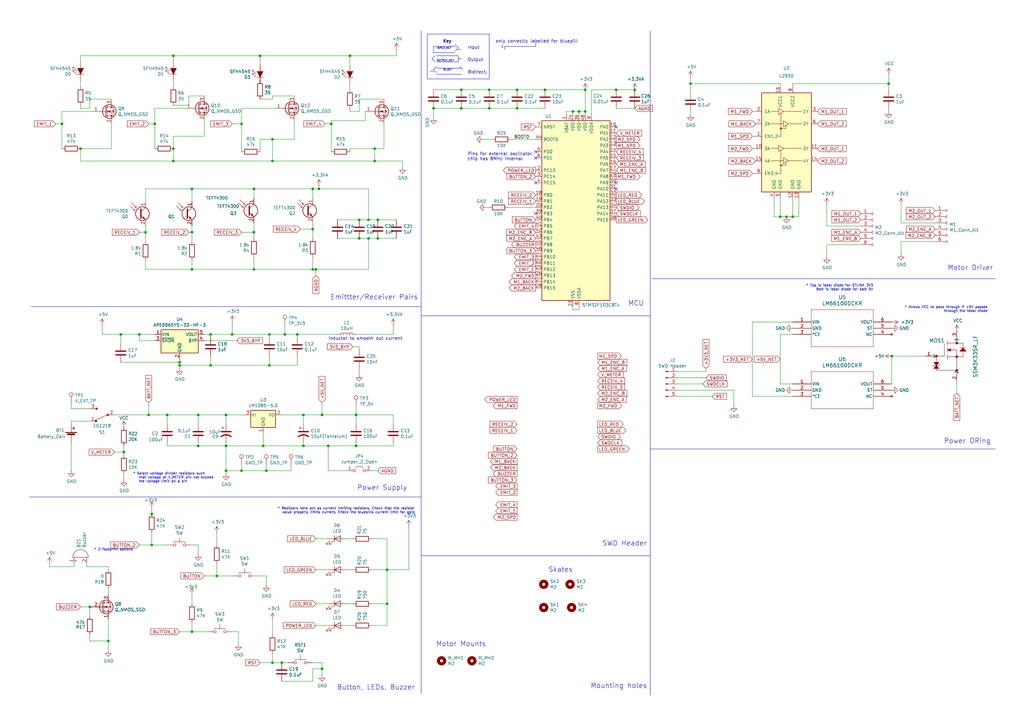
<source format=kicad_sch>
(kicad_sch (version 20231120) (generator "eeschema") (generator_version "8.0")
  (paper "A3")
  (junction (at 71.12 66.04))
  (junction (at 200.66 36.83))
  (junction (at 189.23 44.45))
  (junction (at 128.27 93.98))
  (junction (at 71.12 60.96))
  (junction (at 78.74 95.25))
  (junction (at 128.27 110.49))
  (junction (at 33.02 60.96))
  (junction (at 365.76 146.05))
  (junction (at 130.81 77.47))
  (junction (at 68.58 170.18))
  (junction (at 36.83 248.92))
  (junction (at 154.94 90.17))
  (junction (at 151.13 97.79))
  (junction (at 104.14 95.25))
  (junction (at 158.75 247.65))
  (junction (at 86.36 149.86))
  (junction (at 252.73 36.83))
  (junction (at 104.14 77.47))
  (junction (at 50.8 185.42))
  (junction (at 92.71 182.88))
  (junction (at 49.53 137.16))
  (junction (at 63.5 50.8))
  (junction (at 59.69 95.25))
  (junction (at 109.22 193.04))
  (junction (at 110.49 137.16))
  (junction (at 106.68 22.86))
  (junction (at 240.03 36.83))
  (junction (at 134.62 182.88))
  (junction (at 143.51 22.86))
  (junction (at 325.12 88.9))
  (junction (at 151.13 90.17))
  (junction (at 25.4 50.8))
  (junction (at 78.74 110.49))
  (junction (at 62.23 210.82))
  (junction (at 237.49 45.72))
  (junction (at 153.67 60.96))
  (junction (at 129.54 110.49))
  (junction (at 322.58 88.9))
  (junction (at 115.57 271.78))
  (junction (at 189.23 36.83))
  (junction (at 95.25 137.16))
  (junction (at 57.15 137.16))
  (junction (at 154.94 97.79))
  (junction (at 81.28 182.88))
  (junction (at 86.36 137.16))
  (junction (at 71.12 22.86))
  (junction (at 260.35 36.83))
  (junction (at 78.74 259.08))
  (junction (at 124.46 182.88))
  (junction (at 107.95 182.88))
  (junction (at 283.21 34.29))
  (junction (at 320.04 88.9))
  (junction (at 111.76 66.04))
  (junction (at 147.32 97.79))
  (junction (at 158.75 233.68))
  (junction (at 200.66 44.45))
  (junction (at 135.89 50.8))
  (junction (at 88.9 236.22))
  (junction (at 44.45 262.89))
  (junction (at 78.74 77.47))
  (junction (at 364.49 34.29))
  (junction (at 146.05 170.18))
  (junction (at 111.76 57.15))
  (junction (at 73.66 149.86))
  (junction (at 124.46 170.18))
  (junction (at 73.66 148.59))
  (junction (at 146.05 182.88))
  (junction (at 92.71 170.18))
  (junction (at 177.8 44.45))
  (junction (at 128.27 77.47))
  (junction (at 132.08 170.18))
  (junction (at 116.84 137.16))
  (junction (at 240.03 45.72))
  (junction (at 104.14 110.49))
  (junction (at 60.96 170.18))
  (junction (at 212.09 44.45))
  (junction (at 110.49 149.86))
  (junction (at 153.67 66.04))
  (junction (at 234.95 45.72))
  (junction (at 132.08 274.32))
  (junction (at 212.09 36.83))
  (junction (at 81.28 170.18))
  (junction (at 223.52 36.83))
  (junction (at 62.23 223.52))
  (junction (at 111.76 271.78))
  (junction (at 121.92 137.16))
  (junction (at 92.71 193.04))
  (junction (at 147.32 90.17))
  (junction (at 99.06 193.04))
  (junction (at 99.06 50.8))
  (no_connect (at 219.71 74.93))
  (no_connect (at 252.73 52.07))
  (no_connect (at 252.73 74.93))
  (no_connect (at 252.73 77.47))
  (no_connect (at 219.71 64.77))
  (no_connect (at 219.71 87.63))
  (no_connect (at 219.71 62.23))
  (wire (pts (xy 121.92 146.05) (xy 121.92 149.86)))
  (wire (pts (xy 252.73 36.83) (xy 260.35 36.83)))
  (wire (pts (xy 109.22 190.5) (xy 109.22 193.04)))
  (wire (pts (xy 81.28 173.99) (xy 81.28 170.18)))
  (wire (pts (xy 158.75 247.65) (xy 158.75 256.54)))
  (wire (pts (xy 104.14 77.47) (xy 128.27 77.47)))
  (wire (pts (xy 161.29 181.61) (xy 161.29 182.88)))
  (polyline (pts (xy 266.7 129.54) (xy 172.72 129.54)))
  (wire (pts (xy 109.22 236.22) (xy 109.22 240.03)))
  (polyline (pts (xy 187.96 25.4) (xy 179.07 25.4)))
  (wire (pts (xy 36.83 248.92) (xy 33.02 248.92)))
  (wire (pts (xy 92.71 170.18) (xy 100.33 170.18)))
  (wire (pts (xy 45.72 60.96) (xy 33.02 60.96)))
  (wire (pts (xy 158.75 247.65) (xy 152.4 247.65)))
  (wire (pts (xy 144.78 233.68) (xy 142.24 233.68)))
  (wire (pts (xy 309.88 55.88) (xy 308.61 55.88)))
  (wire (pts (xy 105.41 236.22) (xy 109.22 236.22)))
  (wire (pts (xy 165.1 66.04) (xy 165.1 68.58)))
  (polyline (pts (xy 266.7 12.7) (xy 266.7 285.115)))
  (wire (pts (xy 134.62 182.88) (xy 124.46 182.88)))
  (wire (pts (xy 147.32 97.79) (xy 138.43 97.79)))
  (polyline (pts (xy 207.01 19.05) (xy 219.71 19.05)))
  (wire (pts (xy 83.82 39.37) (xy 77.47 39.37)))
  (wire (pts (xy 83.82 49.53) (xy 83.82 55.88)))
  (polyline (pts (xy 187.96 20.32) (xy 189.23 20.32)))
  (wire (pts (xy 110.49 137.16) (xy 116.84 137.16)))
  (wire (pts (xy 130.81 77.47) (xy 130.81 76.2)))
  (wire (pts (xy 104.14 95.25) (xy 104.14 97.79)))
  (wire (pts (xy 33.02 43.18) (xy 33.02 44.45)))
  (wire (pts (xy 320.04 88.9) (xy 322.58 88.9)))
  (wire (pts (xy 62.23 223.52) (xy 68.58 223.52)))
  (wire (pts (xy 111.76 260.35) (xy 111.76 254)))
  (wire (pts (xy 59.69 77.47) (xy 59.69 82.55)))
  (wire (pts (xy 50.8 185.42) (xy 50.8 186.69)))
  (wire (pts (xy 320.04 157.48) (xy 325.12 157.48)))
  (wire (pts (xy 59.69 77.47) (xy 78.74 77.47)))
  (wire (pts (xy 128.27 77.47) (xy 130.81 77.47)))
  (wire (pts (xy 144.78 220.98) (xy 142.24 220.98)))
  (wire (pts (xy 128.27 105.41) (xy 128.27 110.49)))
  (wire (pts (xy 92.71 182.88) (xy 81.28 182.88)))
  (wire (pts (xy 30.48 231.14) (xy 30.48 232.41)))
  (wire (pts (xy 36.83 167.64) (xy 29.21 167.64)))
  (wire (pts (xy 106.68 22.86) (xy 106.68 26.67)))
  (wire (pts (xy 88.9 231.14) (xy 88.9 236.22)))
  (wire (pts (xy 143.51 26.67) (xy 143.51 22.86)))
  (wire (pts (xy 200.66 85.09) (xy 199.39 85.09)))
  (wire (pts (xy 99.06 44.45) (xy 99.06 50.8)))
  (wire (pts (xy 115.57 271.78) (xy 111.76 271.78)))
  (wire (pts (xy 73.66 149.86) (xy 73.66 151.13)))
  (wire (pts (xy 36.83 44.45) (xy 33.02 44.45)))
  (wire (pts (xy 237.49 127) (xy 234.95 127)))
  (wire (pts (xy 99.06 50.8) (xy 99.06 62.23)))
  (wire (pts (xy 44.45 262.89) (xy 44.45 266.7)))
  (wire (pts (xy 232.41 45.72) (xy 234.95 45.72)))
  (wire (pts (xy 242.57 36.83) (xy 242.57 46.99)))
  (polyline (pts (xy 177.8 19.05) (xy 177.8 21.59)))
  (wire (pts (xy 78.74 243.84) (xy 78.74 247.65)))
  (polyline (pts (xy 172.72 12.7) (xy 172.72 284.48)))
  (wire (pts (xy 147.32 143.51) (xy 147.32 142.24)))
  (wire (pts (xy 134.62 182.88) (xy 134.62 193.04)))
  (wire (pts (xy 147.32 45.72) (xy 143.51 45.72)))
  (wire (pts (xy 278.13 160.02) (xy 300.99 160.02)))
  (wire (pts (xy 86.36 146.05) (xy 86.36 149.86)))
  (wire (pts (xy 29.21 172.72) (xy 29.21 173.99)))
  (wire (pts (xy 88.9 236.22) (xy 95.25 236.22)))
  (wire (pts (xy 95.25 50.8) (xy 99.06 50.8)))
  (wire (pts (xy 223.52 44.45) (xy 212.09 44.45)))
  (wire (pts (xy 111.76 39.37) (xy 120.65 39.37)))
  (wire (pts (xy 111.76 40.64) (xy 111.76 39.37)))
  (wire (pts (xy 309.88 71.12) (xy 308.61 71.12)))
  (wire (pts (xy 83.82 55.88) (xy 71.12 55.88)))
  (wire (pts (xy 81.28 223.52) (xy 81.28 227.33)))
  (wire (pts (xy 146.05 170.18) (xy 161.29 170.18)))
  (wire (pts (xy 167.64 233.68) (xy 167.64 215.9)))
  (wire (pts (xy 49.53 140.97) (xy 49.53 137.16)))
  (polyline (pts (xy 172.72 203.835) (xy 12.065 203.835)))
  (wire (pts (xy 308.61 132.08) (xy 308.61 162.56)))
  (wire (pts (xy 104.14 91.44) (xy 104.14 95.25)))
  (wire (pts (xy 143.51 44.45) (xy 143.51 45.72)))
  (wire (pts (xy 46.99 170.18) (xy 60.96 170.18)))
  (wire (pts (xy 237.49 45.72) (xy 237.49 46.99)))
  (wire (pts (xy 157.48 60.96) (xy 153.67 60.96)))
  (wire (pts (xy 104.14 77.47) (xy 104.14 81.28)))
  (wire (pts (xy 201.93 57.15) (xy 198.12 57.15)))
  (wire (pts (xy 29.21 181.61) (xy 29.21 193.04)))
  (wire (pts (xy 36.83 262.89) (xy 44.45 262.89)))
  (wire (pts (xy 158.75 233.68) (xy 158.75 247.65)))
  (polyline (pts (xy 12.7 125.73) (xy 172.72 125.73)))
  (wire (pts (xy 161.29 170.18) (xy 161.29 173.99)))
  (wire (pts (xy 104.14 105.41) (xy 104.14 110.49)))
  (wire (pts (xy 86.36 149.86) (xy 73.66 149.86)))
  (wire (pts (xy 129.54 220.98) (xy 134.62 220.98)))
  (wire (pts (xy 325.12 34.29) (xy 364.49 34.29)))
  (wire (pts (xy 208.28 85.09) (xy 219.71 85.09)))
  (wire (pts (xy 240.03 36.83) (xy 240.03 45.72)))
  (wire (pts (xy 62.23 208.28) (xy 62.23 210.82)))
  (wire (pts (xy 20.32 232.41) (xy 20.32 231.14)))
  (wire (pts (xy 129.54 256.54) (xy 134.62 256.54)))
  (wire (pts (xy 99.06 44.45) (xy 113.03 44.45)))
  (wire (pts (xy 44.45 243.84) (xy 44.45 241.3)))
  (wire (pts (xy 128.27 91.44) (xy 128.27 93.98)))
  (wire (pts (xy 278.13 154.94) (xy 289.56 154.94)))
  (wire (pts (xy 369.57 99.06) (xy 369.57 104.14)))
  (wire (pts (xy 128.27 279.4) (xy 128.27 274.32)))
  (wire (pts (xy 289.56 151.13) (xy 289.56 152.4)))
  (wire (pts (xy 327.66 88.9) (xy 325.12 88.9)))
  (wire (pts (xy 135.89 50.8) (xy 135.89 62.23)))
  (wire (pts (xy 147.32 40.64) (xy 147.32 45.72)))
  (wire (pts (xy 138.43 90.17) (xy 147.32 90.17)))
  (wire (pts (xy 283.21 46.99) (xy 283.21 45.72)))
  (wire (pts (xy 161.29 137.16) (xy 146.05 137.16)))
  (wire (pts (xy 154.94 97.79) (xy 151.13 97.79)))
  (wire (pts (xy 78.74 223.52) (xy 81.28 223.52)))
  (wire (pts (xy 325.12 34.29) (xy 325.12 35.56)))
  (wire (pts (xy 149.86 45.72) (xy 149.86 49.53)))
  (wire (pts (xy 317.5 81.28) (xy 317.5 88.9)))
  (wire (pts (xy 309.88 60.96) (xy 308.61 60.96)))
  (wire (pts (xy 35.56 232.41) (xy 35.56 231.14)))
  (wire (pts (xy 144.78 256.54) (xy 142.24 256.54)))
  (wire (pts (xy 383.54 91.44) (xy 369.57 91.44)))
  (wire (pts (xy 154.94 193.04) (xy 152.4 193.04)))
  (wire (pts (xy 33.02 60.96) (xy 33.02 66.04)))
  (wire (pts (xy 33.02 33.02) (xy 33.02 35.56)))
  (wire (pts (xy 154.94 90.17) (xy 162.56 90.17)))
  (wire (pts (xy 83.82 139.7) (xy 97.79 139.7)))
  (wire (pts (xy 110.49 146.05) (xy 110.49 149.86)))
  (wire (pts (xy 200.66 44.45) (xy 189.23 44.45)))
  (wire (pts (xy 232.41 46.99) (xy 232.41 45.72)))
  (wire (pts (xy 234.95 45.72) (xy 234.95 46.99)))
  (polyline (pts (xy 267.335 114.3) (xy 408.305 114.3)))
  (wire (pts (xy 78.74 92.71) (xy 78.74 95.25)))
  (polyline (pts (xy 408.305 184.15) (xy 266.7 184.15)))
  (wire (pts (xy 200.66 36.83) (xy 212.09 36.83)))
  (wire (pts (xy 44.45 233.68) (xy 44.45 232.41)))
  (wire (pts (xy 25.4 50.8) (xy 25.4 60.96)))
  (wire (pts (xy 128.27 110.49) (xy 129.54 110.49)))
  (wire (pts (xy 143.51 22.86) (xy 162.56 22.86)))
  (wire (pts (xy 106.68 40.64) (xy 111.76 40.64)))
  (wire (pts (xy 327.66 81.28) (xy 327.66 88.9)))
  (wire (pts (xy 33.02 66.04) (xy 71.12 66.04)))
  (wire (pts (xy 78.74 77.47) (xy 104.14 77.47)))
  (wire (pts (xy 92.71 193.04) (xy 99.06 193.04)))
  (wire (pts (xy 138.43 137.16) (xy 121.92 137.16)))
  (wire (pts (xy 152.4 220.98) (xy 158.75 220.98)))
  (wire (pts (xy 128.27 274.32) (xy 132.08 274.32)))
  (wire (pts (xy 88.9 223.52) (xy 88.9 218.44)))
  (wire (pts (xy 92.71 182.88) (xy 92.71 181.61)))
  (wire (pts (xy 99.06 95.25) (xy 104.14 95.25)))
  (wire (pts (xy 237.49 45.72) (xy 240.03 45.72)))
  (wire (pts (xy 120.65 57.15) (xy 111.76 57.15)))
  (wire (pts (xy 189.23 44.45) (xy 177.8 44.45)))
  (wire (pts (xy 308.61 162.56) (xy 325.12 162.56)))
  (wire (pts (xy 60.96 50.8) (xy 63.5 50.8)))
  (wire (pts (xy 111.76 57.15) (xy 111.76 66.04)))
  (wire (pts (xy 76.2 44.45) (xy 63.5 44.45)))
  (polyline (pts (xy 177.8 19.05) (xy 186.69 19.05)))
  (wire (pts (xy 92.71 173.99) (xy 92.71 170.18)))
  (wire (pts (xy 60.96 170.18) (xy 68.58 170.18)))
  (wire (pts (xy 59.69 95.25) (xy 59.69 99.06)))
  (wire (pts (xy 57.15 139.7) (xy 63.5 139.7)))
  (wire (pts (xy 152.4 233.68) (xy 158.75 233.68)))
  (wire (pts (xy 144.78 247.65) (xy 142.24 247.65)))
  (wire (pts (xy 30.48 232.41) (xy 20.32 232.41)))
  (wire (pts (xy 73.66 148.59) (xy 73.66 149.86)))
  (wire (pts (xy 36.83 40.64) (xy 36.83 44.45)))
  (wire (pts (xy 151.13 97.79) (xy 151.13 110.49)))
  (wire (pts (xy 50.8 185.42) (xy 46.99 185.42)))
  (wire (pts (xy 22.86 50.8) (xy 25.4 50.8)))
  (wire (pts (xy 177.8 44.45) (xy 177.8 48.26)))
  (polyline (pts (xy 177.8 21.59) (xy 186.69 21.59)))
  (wire (pts (xy 71.12 66.04) (xy 111.76 66.04)))
  (wire (pts (xy 118.11 271.78) (xy 115.57 271.78)))
  (wire (pts (xy 147.32 90.17) (xy 151.13 90.17)))
  (wire (pts (xy 59.69 106.68) (xy 59.69 110.49)))
  (polyline (pts (xy 189.23 27.94) (xy 179.07 27.94)))
  (wire (pts (xy 189.23 36.83) (xy 200.66 36.83)))
  (wire (pts (xy 153.67 66.04) (xy 165.1 66.04)))
  (wire (pts (xy 325.12 88.9) (xy 322.58 88.9)))
  (wire (pts (xy 278.13 152.4) (xy 289.56 152.4)))
  (wire (pts (xy 364.49 36.83) (xy 364.49 34.29)))
  (wire (pts (xy 71.12 55.88) (xy 71.12 60.96)))
  (wire (pts (xy 83.82 137.16) (xy 86.36 137.16)))
  (wire (pts (xy 177.8 36.83) (xy 189.23 36.83)))
  (wire (pts (xy 132.08 274.32) (xy 132.08 271.78)))
  (wire (pts (xy 86.36 149.86) (xy 110.49 149.86)))
  (wire (pts (xy 234.95 45.72) (xy 237.49 45.72)))
  (wire (pts (xy 147.32 151.13) (xy 147.32 153.67)))
  (wire (pts (xy 129.54 247.65) (xy 134.62 247.65)))
  (wire (pts (xy 50.8 182.88) (xy 50.8 185.42)))
  (wire (pts (xy 81.28 182.88) (xy 81.28 181.61)))
  (wire (pts (xy 110.49 149.86) (xy 121.92 149.86)))
  (wire (pts (xy 116.84 133.35) (xy 116.84 137.16)))
  (wire (pts (xy 78.74 77.47) (xy 78.74 82.55)))
  (wire (pts (xy 116.84 137.16) (xy 121.92 137.16)))
  (wire (pts (xy 152.4 256.54) (xy 158.75 256.54)))
  (wire (pts (xy 81.28 170.18) (xy 92.71 170.18)))
  (wire (pts (xy 106.68 34.29) (xy 106.68 33.02)))
  (wire (pts (xy 260.35 35.56) (xy 260.35 36.83)))
  (wire (pts (xy 86.36 137.16) (xy 95.25 137.16)))
  (wire (pts (xy 365.76 146.05) (xy 379.73 146.05)))
  (wire (pts (xy 146.05 170.18) (xy 146.05 166.37)))
  (wire (pts (xy 157.48 40.64) (xy 147.32 40.64)))
  (wire (pts (xy 33.02 22.86) (xy 33.02 25.4)))
  (wire (pts (xy 325.12 81.28) (xy 325.12 88.9)))
  (wire (pts (xy 369.57 99.06) (xy 383.54 99.06)))
  (wire (pts (xy 109.22 193.04) (xy 119.38 193.04)))
  (wire (pts (xy 36.83 260.35) (xy 36.83 262.89)))
  (wire (pts (xy 128.27 271.78) (xy 132.08 271.78)))
  (wire (pts (xy 146.05 182.88) (xy 134.62 182.88)))
  (wire (pts (xy 92.71 182.88) (xy 107.95 182.88)))
  (wire (pts (xy 364.49 34.29) (xy 364.49 30.48)))
  (wire (pts (xy 134.62 193.04) (xy 142.24 193.04)))
  (polyline (pts (xy 219.71 17.78) (xy 219.71 19.05)))
  (wire (pts (xy 95.25 137.16) (xy 110.49 137.16)))
  (wire (pts (xy 308.61 45.72) (xy 309.88 45.72)))
  (wire (pts (xy 130.81 77.47) (xy 151.13 77.47)))
  (wire (pts (xy 392.43 161.29) (xy 392.43 156.21)))
  (wire (pts (xy 146.05 181.61) (xy 146.05 182.88)))
  (wire (pts (xy 68.58 173.99) (xy 68.58 170.18)))
  (polyline (pts (xy 207.01 19.05) (xy 207.01 20.32)))
  (wire (pts (xy 36.83 172.72) (xy 29.21 172.72)))
  (wire (pts (xy 252.73 44.45) (xy 260.35 44.45)))
  (wire (pts (xy 44.45 232.41) (xy 35.56 232.41)))
  (wire (pts (xy 25.4 45.72) (xy 38.1 45.72)))
  (wire (pts (xy 71.12 33.02) (xy 71.12 35.56)))
  (wire (pts (xy 132.08 170.18) (xy 132.08 165.1)))
  (wire (pts (xy 88.9 236.22) (xy 83.82 236.22)))
  (wire (pts (xy 353.06 92.71) (xy 339.09 92.71)))
  (wire (pts (xy 45.72 40.64) (xy 36.83 40.64)))
  (wire (pts (xy 120.65 49.53) (xy 120.65 57.15)))
  (wire (pts (xy 132.08 276.86) (xy 132.08 274.32)))
  (wire (pts (xy 161.29 133.35) (xy 161.29 137.16)))
  (wire (pts (xy 77.47 39.37) (xy 77.47 43.18)))
  (wire (pts (xy 78.74 95.25) (xy 78.74 99.06)))
  (wire (pts (xy 62.23 223.52) (xy 57.15 223.52)))
  (wire (pts (xy 212.09 36.83) (xy 223.52 36.83)))
  (wire (pts (xy 234.95 127) (xy 234.95 125.73)))
  (wire (pts (xy 119.38 193.04) (xy 119.38 190.5)))
  (wire (pts (xy 161.29 182.88) (xy 146.05 182.88)))
  (wire (pts (xy 99.06 190.5) (xy 99.06 193.04)))
  (wire (pts (xy 242.57 36.83) (xy 252.73 36.83)))
  (wire (pts (xy 115.57 279.4) (xy 128.27 279.4)))
  (wire (pts (xy 369.57 91.44) (xy 369.57 83.82)))
  (wire (pts (xy 162.56 22.86) (xy 162.56 20.32)))
  (wire (pts (xy 151.13 90.17) (xy 154.94 90.17)))
  (polyline (pts (xy 189.23 30.48) (xy 179.07 30.48)))
  (wire (pts (xy 162.56 97.79) (xy 154.94 97.79)))
  (wire (pts (xy 57.15 137.16) (xy 49.53 137.16)))
  (wire (pts (xy 73.66 147.32) (xy 73.66 148.59)))
  (wire (pts (xy 124.46 170.18) (xy 124.46 173.99)))
  (wire (pts (xy 45.72 50.8) (xy 45.72 60.96)))
  (wire (pts (xy 128.27 93.98) (xy 128.27 97.79)))
  (wire (pts (xy 339.09 100.33) (xy 339.09 105.41)))
  (wire (pts (xy 111.76 271.78) (xy 106.68 271.78)))
  (wire (pts (xy 78.74 259.08) (xy 85.09 259.08)))
  (wire (pts (xy 49.53 148.59) (xy 73.66 148.59)))
  (wire (pts (xy 68.58 181.61) (xy 68.58 182.88)))
  (wire (pts (xy 99.06 193.04) (xy 109.22 193.04)))
  (wire (pts (xy 320.04 137.16) (xy 325.12 137.16)))
  (wire (pts (xy 157.48 50.8) (xy 157.48 60.96)))
  (wire (pts (xy 111.76 57.15) (xy 106.68 57.15)))
  (wire (pts (xy 44.45 254) (xy 44.45 262.89)))
  (wire (pts (xy 151.13 110.49) (xy 129.54 110.49)))
  (wire (pts (xy 95.25 259.08) (xy 97.79 259.08)))
  (wire (pts (xy 143.51 34.29) (xy 143.51 36.83)))
  (wire (pts (xy 317.5 88.9) (xy 320.04 88.9)))
  (wire (pts (xy 124.46 182.88) (xy 107.95 182.88)))
  (wire (pts (xy 153.67 60.96) (xy 153.67 66.04)))
  (polyline (pts (xy 187.96 24.13) (xy 189.23 24.13)))
  (wire (pts (xy 57.15 137.16) (xy 57.15 139.7)))
  (wire (pts (xy 78.74 106.68) (xy 78.74 110.49)))
  (wire (pts (xy 107.95 182.88) (xy 107.95 177.8)))
  (wire (pts (xy 59.69 110.49) (xy 78.74 110.49)))
  (polyline (pts (xy 187.96 25.4) (xy 187.96 22.86)))
  (wire (pts (xy 25.4 45.72) (xy 25.4 50.8)))
  (wire (pts (xy 308.61 132.08) (xy 325.12 132.08)))
  (wire (pts (xy 104.14 110.49) (xy 128.27 110.49)))
  (wire (pts (xy 223.52 36.83) (xy 240.03 36.83)))
  (wire (pts (xy 111.76 66.04) (xy 153.67 66.04)))
  (wire (pts (xy 97.79 259.08) (xy 97.79 264.16)))
  (wire (pts (xy 283.21 34.29) (xy 283.21 31.75)))
  (wire (pts (xy 41.91 137.16) (xy 41.91 133.35)))
  (wire (pts (xy 146.05 170.18) (xy 146.05 173.99)))
  (wire (pts (xy 283.21 34.29) (xy 320.04 34.29)))
  (wire (pts (xy 63.5 50.8) (xy 63.5 60.96)))
  (wire (pts (xy 71.12 22.86) (xy 106.68 22.86)))
  (wire (pts (xy 95.25 137.16) (xy 95.25 132.08)))
  (wire (pts (xy 106.68 57.15) (xy 106.68 62.23)))
  (polyline (pts (xy 187.96 22.86) (xy 179.07 22.86)))
  (wire (pts (xy 29.21 167.64) (xy 29.21 165.1)))
  (wire (pts (xy 320.04 35.56) (xy 320.04 34.29)))
  (wire (pts (xy 339.09 92.71) (xy 339.09 83.82)))
  (wire (pts (xy 78.74 259.08) (xy 73.66 259.08)))
  (wire (pts (xy 212.09 44.45) (xy 200.66 44.45)))
  (wire (pts (xy 158.75 233.68) (xy 167.64 233.68)))
  (wire (pts (xy 60.96 165.1) (xy 60.96 170.18)))
  (wire (pts (xy 111.76 267.97) (xy 111.76 271.78)))
  (wire (pts (xy 364.49 45.72) (xy 364.49 44.45)))
  (wire (pts (xy 36.83 252.73) (xy 36.83 248.92)))
  (wire (pts (xy 62.23 210.82) (xy 62.23 212.09)))
  (wire (pts (xy 151.13 97.79) (xy 147.32 97.79)))
  (wire (pts (xy 278.13 157.48) (xy 288.29 157.48)))
  (wire (pts (xy 143.51 60.96) (xy 143.51 62.23)))
  (wire (pts (xy 129.54 233.68) (xy 134.62 233.68)))
  (wire (pts (xy 240.03 35.56) (xy 240.03 36.83)))
  (wire (pts (xy 133.35 50.8) (xy 135.89 50.8)))
  (wire (pts (xy 68.58 170.18) (xy 81.28 170.18)))
  (wire (pts (xy 81.28 182.88) (xy 68.58 182.88)))
  (wire (pts (xy 124.46 170.18) (xy 132.08 170.18)))
  (wire (pts (xy 63.5 44.45) (xy 63.5 50.8)))
  (wire (pts (xy 339.09 100.33) (xy 353.06 100.33)))
  (wire (pts (xy 237.49 127) (xy 237.49 125.73)))
  (wire (pts (xy 151.13 77.47) (xy 151.13 90.17)))
  (wire (pts (xy 71.12 22.86) (xy 33.02 22.86)))
  (wire (pts (xy 78.74 110.49) (xy 104.14 110.49)))
  (wire (pts (xy 71.12 22.86) (xy 71.12 25.4)))
  (wire (pts (xy 121.92 138.43) (xy 121.92 137.16)))
  (wire (pts (xy 71.12 60.96) (xy 71.12 66.04)))
  (wire (pts (xy 124.46 181.61) (xy 124.46 182.88)))
  (wire (pts (xy 365.76 146.05) (xy 365.76 157.48)))
  (wire (pts (xy 50.8 194.31) (xy 50.8 196.85)))
  (wire (pts (xy 78.74 255.27) (xy 78.74 259.08)))
  (wire (pts (xy 77.47 95.25) (xy 78.74 95.25)))
  (wire (pts (xy 135.89 49.53) (xy 135.89 50.8)))
  (wire (pts (xy 278.13 162.56) (xy 292.1 162.56)))
  (wire (pts (xy 115.57 170.18) (xy 124.46 170.18)))
  (wire (pts (xy 106.68 22.86) (xy 143.51 22.86)))
  (wire (pts (xy 63.5 137.16) (xy 57.15 137.16)))
  (wire (pts (xy 49.53 137.16) (xy 41.91 137.16)))
  (wire (pts (xy 92.71 182.88) (xy 92.71 193.04)))
  (wire (pts (xy 158.75 220.98) (xy 158.75 233.68)))
  (wire (pts (xy 283.21 38.1) (xy 283.21 34.29)))
  (polyline (pts (xy 176.53 29.21) (xy 177.8 29.21)))
  (wire (pts (xy 110.49 138.43) (xy 110.49 137.16)))
  (wire (pts (xy 86.36 138.43) (xy 86.36 137.16)))
  (wire (pts (xy 123.19 93.98) (xy 128.27 93.98)))
  (wire (pts (xy 320.04 81.28) (xy 320.04 88.9)))
  (wire (pts (xy 153.67 60.96) (xy 143.51 60.96)))
  (wire (pts (xy 320.04 137.16) (xy 320.04 157.48)))
  (wire (pts (xy 62.23 218.44) (xy 62.23 223.52)))
  (wire (pts (xy 128.27 77.47) (xy 128.27 81.28)))
  (wire (pts (xy 129.54 110.49) (xy 129.54 113.03)))
  (wire (pts (xy 59.69 92.71) (xy 59.69 95.25)))
  (wire (pts (xy 209.55 57.15) (xy 219.71 57.15)))
  (wire (pts (xy 77.47 43.18) (xy 71.12 43.18)))
  (wire (pts (xy 240.03 45.72) (xy 240.03 46.99)))
  (polyline (pts (xy 266.7 227.965) (xy 172.72 227.965)))
  (wire (pts (xy 92.71 193.04) (xy 92.71 194.31)))
  (wire (pts (xy 132.08 170.18) (xy 146.05 170.18)))
  (wire (pts (xy 300.99 160.02) (xy 300.99 166.37)))
  (wire (pts (xy 57.15 95.25) (xy 59.69 95.25)))
  (wire (pts (xy 149.86 49.53) (xy 135.89 49.53)))
  (wire (pts (xy 147.32 142.24) (xy 144.78 142.24)))
  (arc (start 188.56 27.345) (mid 189.2055 27.9695) (end 189.83 28.615))
  (arc (start 177.165 24.13) (mid 177.7837 23.4787) (end 178.435 22.86))
  (arc (start 186.69 18.415) (mid 187.3356 19.0394) (end 187.96 19.685))
  (arc (start 206.375 18.415) (mid 206.0642 18.7392) (end 205.74 19.05))
  (arc (start 178.435 25.4) (mid 177.7806 24.7844) (end 177.165 24.13))
  (arc (start 177.8 28.575) (mid 178.4187 27.9237) (end 179.07 27.305))
  (arc (start 206.375 19.685) (mid 206.0519 19.3731) (end 205.74 19.05))
  (rectangle (start 175.26 13.97) (end 200.66 32.385))
  (arc (start 179.07 29.845) (mid 178.4156 29.2294) (end 177.8 28.575))
  (arc (start 187.96 19.685) (mid 187.3375 20.3325) (end 186.69 20.955))
  (text "Pins for external oscillator,\nchip has 8MHz internal" (at 191.77 66.04 0) (effects (font (size 1.27 1.27)) (justify left bottom)))
  (text "Mounting holes" (at 265.43 282.575 0) (effects (font (size 2.0066 2.0066)) (justify right bottom)))
  (text "Output\n" (at 191.77 25.4 0) (effects (font (size 1.27 1.27)) (justify left bottom)))
  (text "IO_NET" (at 181.61 29.21 0) (effects (font (size 0.762 0.762)) (justify left bottom)))
  (text "Power ORing\n\n" (at 406.4 185.42 0) (effects (font (size 2.0066 2.0066)) (justify right bottom)))
  (text "Input" (at 191.77 20.32 0) (effects (font (size 1.27 1.27)) (justify left bottom)))
  (text "inductor to smooth out current" (at 134.62 139.7 0) (effects (font (size 1.27 1.27)) (justify left bottom)))
  (text "* 2 footprint options" (at 54.61 226.06 0) (effects (font (size 0.9906 0.9906)) (justify right bottom)))
  (text "* Top is ideal diode for STLINK 3V3\nBott is ideal diode for batt 5V" (at 358.14 119.38 0) (effects (font (size 0.9906 0.9906)) (justify right bottom)))
  (text "Motor Driver" (at 388.62 111.125 0) (effects (font (size 2.0066 2.0066)) (justify left bottom)))
  (text "* Allows VCC to pass through if +5V passes\nthrough the ideal diode" (at 405.13 128.27 0) (effects (font (size 0.9906 0.9906)) (justify right bottom)))
  (text "Emittter/Receiver Pairs" (at 171.45 123.19 0) (effects (font (size 2.0066 2.0066)) (justify right bottom)))
  (text "* Resistors here act as current limiting resistors. Check that the resistor\n  value properly limits current. Check the bluepills current limit for gpio" (at 170.18 210.82 0) (effects (font (size 0.9906 0.9906)) (justify right bottom)))
  (text "Bidirect." (at 191.77 30.48 0) (effects (font (size 1.27 1.27)) (justify left bottom)))
  (text "MCU" (at 264.16 125.73 0) (effects (font (size 2.0066 2.0066)) (justify right bottom)))
  (text "OUTPUT_NET" (at 179.07 25.4 0) (effects (font (size 0.762 0.762)) (justify left bottom)))
  (text "SWD Header" (at 247.015 224.155 0) (effects (font (size 2.0066 2.0066)) (justify left bottom)))
  (text "only correctly labelled for bluepill" (at 203.2 17.78 0) (effects (font (size 1.27 1.27)) (justify left bottom)))
  (text "* Select voltage divider resistors such\n   that voltage at V_METER will not exceed\n   the voltage limit on a pin" (at 54.61 198.12 0) (effects (font (size 0.9906 0.9906)) (justify left bottom)))
  (text "Motor Mounts" (at 199.39 265.43 0) (effects (font (size 2.0066 2.0066)) (justify right bottom)))
  (text "Button, LEDs, Buzzer" (at 170.18 283.21 0) (effects (font (size 2.0066 2.0066)) (justify right bottom)))
  (text "Skates" (at 234.95 234.95 0) (effects (font (size 2.0066 2.0066)) (justify right bottom)))
  (text "Power Supply" (at 167.005 201.295 0) (effects (font (size 2.0066 2.0066)) (justify right bottom)))
  (text "Key" (at 181.61 17.78 0) (effects (font (size 1.27 1.27) (thickness 0.254) (bold yes)) (justify left bottom)))
  (text "INPUT_NET" (at 179.07 20.32 0) (effects (font (size 0.762 0.762)) (justify left bottom)))
  (label "BOOT0" (at 210.82 57.15 0))
  (global_label "+5V_NET" (shape input) (at 132.08 165.1 90) (property "Intersheetrefs" "${INTERSHEET_REFS}" (effects (hide yes))))
  (global_label "3V3_BYP" (shape input) (at 97.155 139.7 0) (property "Intersheetrefs" "${INTERSHEET_REFS}" (effects (hide yes))))
  (global_label "RECEIV_2" (shape input) (at 77.47 95.25 180) (property "Intersheetrefs" "${INTERSHEET_REFS}" (effects (hide yes))))
  (global_label "M2_FWD" (shape output) (at 219.71 113.03 180) (property "Intersheetrefs" "${INTERSHEET_REFS}" (effects (hide yes))))
  (global_label "POWER_LED" (shape output) (at 212.09 163.83 180) (property "Intersheetrefs" "${INTERSHEET_REFS}" (effects (hide yes))))
  (global_label "+3V3_NET" (shape input) (at 308.61 147.32 180) (property "Intersheetrefs" "${INTERSHEET_REFS}" (effects (hide yes))))
  (global_label "BUTTON_2" (shape input) (at 219.71 72.39 180) (property "Intersheetrefs" "${INTERSHEET_REFS}" (effects (hide yes))))
  (global_label "M1_ENC_B" (shape input) (at 245.11 148.59 0) (property "Intersheetrefs" "${INTERSHEET_REFS}" (effects (hide yes))))
  (global_label "AGND" (shape input) (at 129.54 113.03 270) (property "Intersheetrefs" "${INTERSHEET_REFS}" (effects (hide yes))))
  (global_label "M2_OUT_1" (shape input) (at 335.28 60.96 0) (property "Intersheetrefs" "${INTERSHEET_REFS}" (effects (hide yes))))
  (global_label "EMIT_3" (shape input) (at 95.25 50.8 180) (property "Intersheetrefs" "${INTERSHEET_REFS}" (effects (hide yes))))
  (global_label "M1_ENC_B" (shape input) (at 353.06 97.79 180) (property "Intersheetrefs" "${INTERSHEET_REFS}" (effects (hide yes))))
  (global_label "V_METER" (shape input) (at 252.73 54.61 0) (property "Intersheetrefs" "${INTERSHEET_REFS}" (effects (hide yes))))
  (global_label "M1_BACK" (shape output) (at 219.71 115.57 180) (property "Intersheetrefs" "${INTERSHEET_REFS}" (effects (hide yes))))
  (global_label "BUTTON" (shape input) (at 212.09 184.15 180) (property "Intersheetrefs" "${INTERSHEET_REFS}" (effects (hide yes))))
  (global_label "RECEIV_3" (shape input) (at 252.73 64.77 0) (property "Intersheetrefs" "${INTERSHEET_REFS}" (effects (hide yes))))
  (global_label "RECEIV_4" (shape input) (at 245.11 156.21 0) (property "Intersheetrefs" "${INTERSHEET_REFS}" (effects (hide yes))))
  (global_label "M1_OUT_1" (shape input) (at 335.28 45.72 0) (property "Intersheetrefs" "${INTERSHEET_REFS}" (effects (hide yes))))
  (global_label "M2_BACK" (shape input) (at 309.88 66.04 180) (property "Intersheetrefs" "${INTERSHEET_REFS}" (effects (hide yes))))
  (global_label "M2_SPD" (shape output) (at 252.73 57.15 0) (property "Intersheetrefs" "${INTERSHEET_REFS}" (effects (hide yes))))
  (global_label "M2_SPD" (shape input) (at 308.61 71.12 180) (property "Intersheetrefs" "${INTERSHEET_REFS}" (effects (hide yes))))
  (global_label "EMIT_1" (shape input) (at 22.86 50.8 180) (property "Intersheetrefs" "${INTERSHEET_REFS}" (effects (hide yes))))
  (global_label "EMIT_1" (shape output) (at 219.71 110.49 180) (property "Intersheetrefs" "${INTERSHEET_REFS}" (effects (hide yes))))
  (global_label "SWDCLK" (shape input) (at 288.29 157.48 0) (property "Intersheetrefs" "${INTERSHEET_REFS}" (effects (hide yes))))
  (global_label "BATT_NET" (shape input) (at 60.96 165.1 90) (property "Intersheetrefs" "${INTERSHEET_REFS}" (effects (hide yes))))
  (global_label "M1_ENC_B" (shape input) (at 252.73 69.85 0) (property "Intersheetrefs" "${INTERSHEET_REFS}" (effects (hide yes))))
  (global_label "M1_BACK" (shape input) (at 309.88 50.8 180) (property "Intersheetrefs" "${INTERSHEET_REFS}" (effects (hide yes))))
  (global_label "M2_ENC_A" (shape input) (at 383.54 93.98 180) (property "Intersheetrefs" "${INTERSHEET_REFS}" (effects (hide yes))))
  (global_label "V_METER" (shape input) (at 245.11 153.67 0) (property "Intersheetrefs" "${INTERSHEET_REFS}" (effects (hide yes))))
  (global_label "RECEIV_1" (shape input) (at 212.09 176.53 180) (property "Intersheetrefs" "${INTERSHEET_REFS}" (effects (hide yes))))
  (global_label "BUTTON_3" (shape input) (at 73.66 259.08 180) (property "Intersheetrefs" "${INTERSHEET_REFS}" (effects (hide yes))))
  (global_label "M2_ENC_B" (shape input) (at 245.11 161.29 0) (property "Intersheetrefs" "${INTERSHEET_REFS}" (effects (hide yes))))
  (global_label "RECEIV_4" (shape input) (at 123.19 93.98 180) (property "Intersheetrefs" "${INTERSHEET_REFS}" (effects (hide yes))))
  (global_label "LED_BLUE" (shape output) (at 252.73 82.55 0) (property "Intersheetrefs" "${INTERSHEET_REFS}" (effects (hide yes))))
  (global_label "+5V_NET" (shape input) (at 320.04 147.32 180) (property "Intersheetrefs" "${INTERSHEET_REFS}" (effects (hide yes))))
  (global_label "LED_GREEN" (shape output) (at 245.11 184.15 0) (property "Intersheetrefs" "${INTERSHEET_REFS}" (effects (hide yes))))
  (global_label "M1_OUT_2" (shape input) (at 353.06 90.17 180) (property "Intersheetrefs" "${INTERSHEET_REFS}" (effects (hide yes))))
  (global_label "EMIT_1" (shape output) (at 212.09 209.55 180) (property "Intersheetrefs" "${INTERSHEET_REFS}" (effects (hide yes))))
  (global_label "M2_ENC_B" (shape input) (at 383.54 96.52 180) (property "Intersheetrefs" "${INTERSHEET_REFS}" (effects (hide yes))))
  (global_label "M1_OUT_1" (shape input) (at 353.06 87.63 180) (property "Intersheetrefs" "${INTERSHEET_REFS}" (effects (hide yes))))
  (global_label "M1_SPD" (shape output) (at 252.73 59.69 0) (property "Intersheetrefs" "${INTERSHEET_REFS}" (effects (hide yes))))
  (global_label "RST" (shape input) (at 292.1 162.56 0) (property "Intersheetrefs" "${INTERSHEET_REFS}" (effects (hide yes))))
  (global_label "M2_ENC_A" (shape input) (at 219.71 97.79 180) (property "Intersheetrefs" "${INTERSHEET_REFS}" (effects (hide yes))))
  (global_label "RST" (shape input) (at 219.71 52.07 180) (property "Intersheetrefs" "${INTERSHEET_REFS}" (effects (hide yes))))
  (global_label "LED_RED" (shape output) (at 245.11 173.99 0) (property "Intersheetrefs" "${INTERSHEET_REFS}" (effects (hide yes))))
  (global_label "+3V3_NET" (shape input) (at 289.56 151.13 90) (property "Intersheetrefs" "${INTERSHEET_REFS}" (effects (hide yes))))
  (global_label "M1_ENC_A" (shape input) (at 245.11 151.13 0) (property "Intersheetrefs" "${INTERSHEET_REFS}" (effects (hide yes))))
  (global_label "SWDIO" (shape bidirectional) (at 245.11 179.07 0) (property "Intersheetrefs" "${INTERSHEET_REFS}" (effects (hide yes))))
  (global_label "M2_OUT_1" (shape input) (at 383.54 86.36 180) (property "Intersheetrefs" "${INTERSHEET_REFS}" (effects (hide yes))))
  (global_label "M2_FWD" (shape output) (at 245.11 166.37 0) (property "Intersheetrefs" "${INTERSHEET_REFS}" (effects (hide yes))))
  (global_label "M2_ENC_A" (shape input) (at 245.11 163.83 0) (property "Intersheetrefs" "${INTERSHEET_REFS}" (effects (hide yes))))
  (global_label "M2_OUT_2" (shape input) (at 335.28 66.04 0) (property "Intersheetrefs" "${INTERSHEET_REFS}" (effects (hide yes))))
  (global_label "RECEIV_3" (shape input) (at 245.11 158.75 0) (property "Intersheetrefs" "${INTERSHEET_REFS}" (effects (hide yes))))
  (global_label "LED_GREEN" (shape input) (at 129.54 233.68 180) (property "Intersheetrefs" "${INTERSHEET_REFS}" (effects (hide yes))))
  (global_label "SWDCLK" (shape input) (at 252.73 87.63 0) (property "Intersheetrefs" "${INTERSHEET_REFS}" (effects (hide yes))))
  (global_label "SWDIO" (shape bidirectional) (at 252.73 85.09 0) (property "Intersheetrefs" "${INTERSHEET_REFS}" (effects (hide yes))))
  (global_label "RECEIV_2" (shape input) (at 219.71 80.01 180) (property "Intersheetrefs" "${INTERSHEET_REFS}" (effects (hide yes))))
  (global_label "M1_FWD" (shape output) (at 212.09 166.37 180) (property "Intersheetrefs" "${INTERSHEET_REFS}" (effects (hide yes))))
  (global_label "BUZZER" (shape input) (at 33.02 248.92 180) (property "Intersheetrefs" "${INTERSHEET_REFS}" (effects (hide yes))))
  (global_label "M1_SPD" (shape output) (at 245.11 146.05 0) (property "Intersheetrefs" "${INTERSHEET_REFS}" (effects (hide yes))))
  (global_label "M2_ENC_B" (shape input) (at 219.71 95.25 180) (property "Intersheetrefs" "${INTERSHEET_REFS}" (effects (hide yes))))
  (global_label "EMIT_4" (shape input) (at 133.35 50.8 180) (property "Intersheetrefs" "${INTERSHEET_REFS}" (effects (hide yes))))
  (global_label "SWDCLK" (shape input) (at 245.11 181.61 0) (property "Intersheetrefs" "${INTERSHEET_REFS}" (effects (hide yes))))
  (global_label "M1_ENC_A" (shape input) (at 252.73 67.31 0) (property "Intersheetrefs" "${INTERSHEET_REFS}" (effects (hide yes))))
  (global_label "POWER_LED" (shape output) (at 219.71 69.85 180) (property "Intersheetrefs" "${INTERSHEET_REFS}" (effects (hide yes))))
  (global_label "EMIT_2" (shape input) (at 60.96 50.8 180) (property "Intersheetrefs" "${INTERSHEET_REFS}" (effects (hide yes))))
  (global_label "RECEIV_4" (shape input) (at 252.73 62.23 0) (property "Intersheetrefs" "${INTERSHEET_REFS}" (effects (hide yes))))
  (global_label "EMIT_4" (shape output) (at 212.09 207.01 180) (property "Intersheetrefs" "${INTERSHEET_REFS}" (effects (hide yes))))
  (global_label "EMIT_2" (shape output) (at 212.09 201.93 180) (property "Intersheetrefs" "${INTERSHEET_REFS}" (effects (hide yes))))
  (global_label "POWER_LED" (shape input) (at 129.54 256.54 180) (property "Intersheetrefs" "${INTERSHEET_REFS}" (effects (hide yes))))
  (global_label "M1_OUT_2" (shape input) (at 335.28 50.8 0) (property "Intersheetrefs" "${INTERSHEET_REFS}" (effects (hide yes))))
  (global_label "RECEIV_2" (shape input) (at 212.09 173.99 180) (property "Intersheetrefs" "${INTERSHEET_REFS}" (effects (hide yes))))
  (global_label "RECEIV_1" (shape input) (at 219.71 82.55 180) (property "Intersheetrefs" "${INTERSHEET_REFS}" (effects (hide yes))))
  (global_label "LED_RED" (shape output) (at 252.73 80.01 0) (property "Intersheetrefs" "${INTERSHEET_REFS}" (effects (hide yes))))
  (global_label "M1_ENC_A" (shape input) (at 353.06 95.25 180) (property "Intersheetrefs" "${INTERSHEET_REFS}" (effects (hide yes))))
  (global_label "LED_GREEN" (shape output) (at 252.73 90.17 0) (property "Intersheetrefs" "${INTERSHEET_REFS}" (effects (hide yes))))
  (global_label "BUTTON" (shape input) (at 219.71 90.17 180) (property "Intersheetrefs" "${INTERSHEET_REFS}" (effects (hide yes))))
  (global_label "M2_BACK" (shape output) (at 212.09 191.77 180) (property "Intersheetrefs" "${INTERSHEET_REFS}" (effects (hide yes))))
  (global_label "BUTTON" (shape input) (at 83.82 236.22 180) (property "Intersheetrefs" "${INTERSHEET_REFS}" (effects (hide yes))))
  (global_label "EMIT_3" (shape output) (at 219.71 105.41 180) (property "Intersheetrefs" "${INTERSHEET_REFS}" (effects (hide yes))))
  (global_label "LED_BLUE" (shape output) (at 245.11 176.53 0) (property "Intersheetrefs" "${INTERSHEET_REFS}" (effects (hide yes))))
  (global_label "LED_BLUE" (shape input) (at 129.54 220.98 180) (property "Intersheetrefs" "${INTERSHEET_REFS}" (effects (hide yes))))
  (global_label "EMIT_3" (shape output) (at 212.09 199.39 180) (property "Intersheetrefs" "${INTERSHEET_REFS}" (effects (hide yes))))
  (global_label "M1_FWD" (shape input) (at 308.61 45.72 180) (property "Intersheetrefs" "${INTERSHEET_REFS}" (effects (hide yes))))
  (global_label "V_METER" (shape input) (at 46.99 185.42 180) (property "Intersheetrefs" "${INTERSHEET_REFS}" (effects (hide yes))))
  (global_label "M2_FWD" (shape input) (at 308.61 60.96 180) (property "Intersheetrefs" "${INTERSHEET_REFS}" (effects (hide yes))))
  (global_label "BUTTON_2" (shape input) (at 57.15 223.52 180) (property "Intersheetrefs" "${INTERSHEET_REFS}" (effects (hide yes))))
  (global_label "M2_OUT_2" (shape input) (at 383.54 88.9 180) (property "Intersheetrefs" "${INTERSHEET_REFS}" (effects (hide yes))))
  (global_label "LED_RED" (shape input) (at 129.54 247.65 180) (property "Intersheetrefs" "${INTERSHEET_REFS}" (effects (hide yes))))
  (global_label "EMIT_2" (shape output) (at 219.71 107.95 180) (property "Intersheetrefs" "${INTERSHEET_REFS}" (effects (hide yes))))
  (global_label "BATT_NET" (shape input) (at 392.43 161.29 270) (property "Intersheetrefs" "${INTERSHEET_REFS}" (effects (hide yes))))
  (global_label "RST" (shape input) (at 106.68 271.78 180) (property "Intersheetrefs" "${INTERSHEET_REFS}" (effects (hide yes))))
  (global_label "RECEIV_3" (shape input) (at 99.06 95.25 180) (property "Intersheetrefs" "${INTERSHEET_REFS}" (effects (hide yes))))
  (global_label "BUZZER" (shape output) (at 219.71 100.33 180) (property "Intersheetrefs" "${INTERSHEET_REFS}" (effects (hide yes))))
  (global_label "M2_SPD" (shape output) (at 212.09 212.09 180) (property "Intersheetrefs" "${INTERSHEET_REFS}" (effects (hide yes))))
  (global_label "M1_BACK" (shape output) (at 212.09 189.23 180) (property "Intersheetrefs" "${INTERSHEET_REFS}" (effects (hide yes))))
  (global_label "3V3_BYP" (shape input) (at 144.78 142.24 180) (property "Intersheetrefs" "${INTERSHEET_REFS}" (effects (hide yes))))
  (global_label "M2_BACK" (shape output) (at 219.71 118.11 180) (property "Intersheetrefs" "${INTERSHEET_REFS}" (effects (hide yes))))
  (global_label "AGND" (shape input) (at 154.94 193.04 0) (property "Intersheetrefs" "${INTERSHEET_REFS}" (effects (hide yes))))
  (global_label "BUZZER" (shape output) (at 212.09 194.31 180) (property "Intersheetrefs" "${INTERSHEET_REFS}" (effects (hide yes))))
  (global_label "M1_SPD" (shape input) (at 308.61 55.88 180) (property "Intersheetrefs" "${INTERSHEET_REFS}" (effects (hide yes))))
  (global_label "RECEIV_1" (shape input) (at 57.15 95.25 180) (property "Intersheetrefs" "${INTERSHEET_REFS}" (effects (hide yes))))
  (global_label "BUTTON_3" (shape input) (at 212.09 196.85 180) (property "Intersheetrefs" "${INTERSHEET_REFS}" (effects (hide yes))))
  (global_label "AGND" (shape input) (at 260.35 44.45 0) (property "Intersheetrefs" "${INTERSHEET_REFS}" (effects (hide yes))))
  (global_label "SWDIO" (shape input) (at 289.56 154.94 0) (property "Intersheetrefs" "${INTERSHEET_REFS}" (effects (hide yes))))
  (global_label "EMIT_4" (shape output) (at 219.71 92.71 180) (property "Intersheetrefs" "${INTERSHEET_REFS}" (effects (hide yes))))
  (global_label "M1_FWD" (shape output) (at 252.73 72.39 0) (property "Intersheetrefs" "${INTERSHEET_REFS}" (effects (hide yes))))
  (global_label "BUTTON_2" (shape input) (at 212.09 186.69 180) (property "Intersheetrefs" "${INTERSHEET_REFS}" (effects (hide yes))))
  (global_label "BUTTON_3" (shape input) (at 219.71 102.87 180) (property "Intersheetrefs" "${INTERSHEET_REFS}" (effects (hide yes))))
  (symbol (lib_id "bloo-rescue:R-Device-mouse_v2-rescue") (at 106.68 36.83 0) (unit 1)
    (property "Reference" "R8" (at 108.458 35.6616 0) (effects (justify left)))
    (property "Value" "35" (at 108.458 37.973 0) (effects (justify left)))
    (property "Footprint" "Resistor_SMD:R_1206_3216Metric_Pad1.30x1.75mm_HandSolder" (effects (hide yes)))
  )
  (symbol (lib_id "bloo-rescue:IRL81A-LED-mouse_v2-rescue") (at 106.68 29.21 90) (unit 1)
    (property "Reference" "D3" (at 102.8192 31.6484 90) (effects (justify left)))
    (property "Value" "SFH4545" (at 102.8192 29.337 90) (effects (justify left)))
    (property "Footprint" "MM_Library:Emitter" (effects (hide yes)))
    (property "Datasheet" "http://www.osram-os.com/Graphics/XPic0/00203825_0.pdf" (effects (hide yes)))
  )
  (symbol (lib_id "bloo-rescue:Q_Photo_NPN-Device-mouse_v2-rescue") (at 57.15 87.63 0) (unit 1)
    (property "Reference" "Q0" (at 52.6542 88.7984 0) (effects (justify right)))
    (property "Value" "TEFT4300" (at 52.6542 86.487 0) (effects (justify right)))
    (property "Footprint" "MM_Library:Emitter" (effects (hide yes)))
  )
  (symbol (lib_id "bloo-rescue:Q_Photo_NPN-Device-mouse_v2-rescue") (at 76.2 87.63 0) (unit 1)
    (property "Reference" "Q1" (at 71.7042 88.7984 0) (effects (justify right)))
    (property "Value" "TEFT4300" (at 93.599 81.153 0) (effects (justify right)))
    (property "Footprint" "MM_Library:Emitter" (effects (hide yes)))
  )
  (symbol (lib_id "bloo-rescue:Q_Photo_NPN-Device-mouse_v2-rescue") (at 125.73 86.36 0) (unit 1)
    (property "Reference" "Q2" (at 121.2342 87.5284 0) (effects (justify right)))
    (property "Value" "TEFT4300" (at 121.2342 85.217 0) (effects (justify right)))
    (property "Footprint" "MM_Library:Emitter" (effects (hide yes)))
  )
  (symbol (lib_id "bloo-rescue:Q_Photo_NPN-Device-mouse_v2-rescue") (at 101.6 86.36 0) (unit 1)
    (property "Reference" "Q3" (at 97.1042 87.5284 0) (effects (justify right)))
    (property "Value" "TEFT4300" (at 98.171 84.582 0) (effects (justify right)))
    (property "Footprint" "MM_Library:Emitter" (effects (hide yes)))
  )
  (symbol (lib_id "bloo-rescue:R-Device-mouse_v2-rescue") (at 59.69 102.87 180) (unit 1)
    (property "Reference" "R1" (at 57.912 104.0384 0) (effects (justify left)))
    (property "Value" "1.8k" (at 57.912 101.727 0) (effects (justify left)))
    (property "Footprint" "Resistor_SMD:R_1206_3216Metric_Pad1.30x1.75mm_HandSolder" (effects (hide yes)))
  )
  (symbol (lib_id "bloo-rescue:R-Device-mouse_v2-rescue") (at 78.74 102.87 180) (unit 1)
    (property "Reference" "R2" (at 76.962 104.0384 0) (effects (justify left)))
    (property "Value" "1.8k" (at 76.962 101.727 0) (effects (justify left)))
    (property "Footprint" "Resistor_SMD:R_1206_3216Metric_Pad1.30x1.75mm_HandSolder" (effects (hide yes)))
  )
  (symbol (lib_id "bloo-rescue:R-Device-mouse_v2-rescue") (at 128.27 101.6 180) (unit 1)
    (property "Reference" "R3" (at 126.492 102.7684 0) (effects (justify left)))
    (property "Value" "1.8k" (at 126.492 100.457 0) (effects (justify left)))
    (property "Footprint" "Resistor_SMD:R_1206_3216Metric_Pad1.30x1.75mm_HandSolder" (effects (hide yes)))
  )
  (symbol (lib_id "bloo-rescue:R-Device-mouse_v2-rescue") (at 104.14 101.6 180) (unit 1)
    (property "Reference" "R4" (at 102.362 102.7684 0) (effects (justify left)))
    (property "Value" "1.8k" (at 102.362 100.457 0) (effects (justify left)))
    (property "Footprint" "Resistor_SMD:R_1206_3216Metric_Pad1.30x1.75mm_HandSolder" (effects (hide yes)))
  )
  (symbol (lib_id "bloo-rescue:R-Device-mouse_v2-rescue") (at 102.87 62.23 270) (unit 1)
    (property "Reference" "R16" (at 102.87 56.9722 90))
    (property "Value" "47k" (at 102.87 59.2836 90))
    (property "Footprint" "Resistor_SMD:R_1206_3216Metric_Pad1.30x1.75mm_HandSolder" (effects (hide yes)))
  )
  (symbol (lib_id "bloo-rescue:R-Device-mouse_v2-rescue") (at 143.51 40.64 0) (unit 1)
    (property "Reference" "R7" (at 145.288 39.4716 0) (effects (justify left)))
    (property "Value" "35" (at 145.288 41.783 0) (effects (justify left)))
    (property "Footprint" "Resistor_SMD:R_1206_3216Metric_Pad1.30x1.75mm_HandSolder" (effects (hide yes)))
  )
  (symbol (lib_id "bloo-rescue:IRL81A-LED-mouse_v2-rescue") (at 143.51 29.21 90) (unit 1)
    (property "Reference" "D2" (at 139.6492 31.6484 90) (effects (justify left)))
    (property "Value" "SFH4545" (at 139.6492 29.337 90) (effects (justify left)))
    (property "Footprint" "MM_Library:Emitter" (effects (hide yes)))
    (property "Datasheet" "http://www.osram-os.com/Graphics/XPic0/00203825_0.pdf" (effects (hide yes)))
  )
  (symbol (lib_id "bloo-rescue:R-Device-mouse_v2-rescue") (at 139.7 62.23 270) (unit 1)
    (property "Reference" "R15" (at 139.7 56.9722 90))
    (property "Value" "47k" (at 139.7 59.2836 90))
    (property "Footprint" "Resistor_SMD:R_1206_3216Metric_Pad1.30x1.75mm_HandSolder" (effects (hide yes)))
  )
  (symbol (lib_id "bloo-rescue:R-Device-mouse_v2-rescue") (at 33.02 39.37 0) (unit 1)
    (property "Reference" "R5" (at 34.798 38.2016 0) (effects (justify left)))
    (property "Value" "35" (at 34.798 40.513 0) (effects (justify left)))
    (property "Footprint" "Resistor_SMD:R_1206_3216Metric_Pad1.30x1.75mm_HandSolder" (effects (hide yes)))
  )
  (symbol (lib_id "bloo-rescue:IRL81A-LED-mouse_v2-rescue") (at 33.02 27.94 90) (unit 1)
    (property "Reference" "D0" (at 29.1592 30.3784 90) (effects (justify left)))
    (property "Value" "SFH4545" (at 29.1592 28.067 90) (effects (justify left)))
    (property "Footprint" "MM_Library:Emitter" (effects (hide yes)))
    (property "Datasheet" "http://www.osram-os.com/Graphics/XPic0/00203825_0.pdf" (effects (hide yes)))
  )
  (symbol (lib_id "bloo-rescue:R-Device-mouse_v2-rescue") (at 29.21 60.96 270) (unit 1)
    (property "Reference" "R13" (at 29.21 55.7022 90))
    (property "Value" "47k" (at 29.21 58.0136 90))
    (property "Footprint" "Resistor_SMD:R_1206_3216Metric_Pad1.30x1.75mm_HandSolder" (effects (hide yes)))
  )
  (symbol (lib_id "bloo-rescue:R-Device-mouse_v2-rescue") (at 71.12 39.37 0) (unit 1)
    (property "Reference" "R6" (at 72.898 38.2016 0) (effects (justify left)))
    (property "Value" "35" (at 72.898 40.513 0) (effects (justify left)))
    (property "Footprint" "Resistor_SMD:R_1206_3216Metric_Pad1.30x1.75mm_HandSolder" (effects (hide yes)))
  )
  (symbol (lib_id "bloo-rescue:IRL81A-LED-mouse_v2-rescue") (at 71.12 27.94 90) (unit 1)
    (property "Reference" "D1" (at 67.2592 30.3784 90) (effects (justify left)))
    (property "Value" "SFH4545" (at 67.2592 28.067 90) (effects (justify left)))
    (property "Footprint" "MM_Library:Emitter" (effects (hide yes)))
    (property "Datasheet" "http://www.osram-os.com/Graphics/XPic0/00203825_0.pdf" (effects (hide yes)))
  )
  (symbol (lib_id "bloo-rescue:R-Device-mouse_v2-rescue") (at 67.31 60.96 270) (unit 1)
    (property "Reference" "R14" (at 67.31 55.7022 90))
    (property "Value" "47k" (at 67.31 58.0136 90))
    (property "Footprint" "Resistor_SMD:R_1206_3216Metric_Pad1.30x1.75mm_HandSolder" (effects (hide yes)))
  )
  (symbol (lib_id "bloo-rescue:LM1084-5.0-Regulator_Linear-mouse_v2-rescue") (at 107.95 170.18 0) (unit 1)
    (property "Reference" "U3" (at 107.95 164.0332 0))
    (property "Value" "LM1085-5.0" (at 107.95 166.3446 0))
    (property "Footprint" "MM_Library:5V Voltage Reg" (effects (hide yes)))
    (property "Datasheet" "http://www.ti.com/lit/ds/symlink/lm1084.pdf" (effects (hide yes)))
  )
  (symbol (lib_id "bloo-rescue:MountingHole-Mechanical-mouse_v2-rescue") (at 223.012 249.174 0) (unit 1)
    (property "Reference" "SK1" (at 225.552 248.0056 0) (effects (justify left)))
    (property "Value" "M2" (at 225.552 250.317 0) (effects (justify left)))
    (property "Footprint" "MountingHole:MountingHole_2.2mm_M2" (effects (hide yes)))
  )
  (symbol (lib_id "bloo-rescue:MountingHole-Mechanical-mouse_v2-rescue") (at 223.012 239.649 0) (unit 1)
    (property "Reference" "SK2" (at 225.552 238.4806 0) (effects (justify left)))
    (property "Value" "M2" (at 225.552 240.792 0) (effects (justify left)))
    (property "Footprint" "MountingHole:MountingHole_2.2mm_M2" (effects (hide yes)))
  )
  (symbol (lib_id "bloo-rescue:CP1-Device-mouse_v2-rescue") (at 92.71 177.8 0) (unit 1)
    (property "Reference" "C9" (at 86.995 179.07 0) (effects (justify left)))
    (property "Value" "10uF" (at 85.725 177.165 0) (effects (justify left)))
    (property "Footprint" "Capacitor_SMD:C_1206_3216Metric_Pad1.33x1.80mm_HandSolder" (effects (hide yes)))
  )
  (symbol (lib_id "bloo-rescue:EG1218-dk_Slide-Switches-mouse-rescue") (at 41.91 170.18 180) (unit 1)
    (property "Reference" "S1" (at 41.91 177.2666 0))
    (property "Value" "EG1218" (at 41.91 174.625 0))
    (property "Footprint" "MM_Library:MM Switch" (effects (hide yes)))
    (property "Datasheet" "http://spec_sheets.e-switch.com/specs/P040040.pdf" (effects (hide yes)))
    (property "Description" "SWITCH SLIDE SPDT 200MA 30V" (effects (hide yes)))
    (property "Digi-Key_PN" "EG1903-ND" (effects (hide yes)))
    (property "MPN" "EG1218" (effects (hide yes)))
    (property "Category" "Switches" (effects (hide yes)))
    (property "Family" "Slide Switches" (effects (hide yes)))
    (property "DK_Datasheet_Link" "http://spec_sheets.e-switch.com/specs/P040040.pdf" (effects (hide yes)))
    (property "DK_Detail_Page" "/product-detail/en/e-switch/EG1218/EG1903-ND/101726" (effects (hide yes)))
    (property "Manufacturer" "E-Switch" (effects (hide yes)))
    (property "Status" "Active" (effects (hide yes)))
  )
  (symbol (lib_id "bloo-rescue:Battery_Cell-Device-mouse_v2-rescue") (at 29.21 179.07 0) (unit 1)
    (property "Reference" "BT1" (at 22.86 176.53 0) (effects (justify left)))
    (property "Value" "Battery_Cell" (at 15.24 179.07 0) (effects (justify left)))
    (property "Footprint" "Connector_PinSocket_2.54mm:PinSocket_1x02_P2.54mm_Vertical" (effects (hide yes)))
  )
  (symbol (lib_id "bloo-rescue:CP1-Device-mouse_v2-rescue") (at 124.46 177.8 0) (unit 1)
    (property "Reference" "C10" (at 127.381 176.6316 0) (effects (justify left)))
    (property "Value" "10uF(Tantalum)" (at 127.381 178.943 0) (effects (justify left)))
    (property "Footprint" "Capacitor_SMD:C_1206_3216Metric_Pad1.33x1.80mm_HandSolder" (effects (hide yes)))
  )
  (symbol (lib_id "bloo-rescue:Buzzer-Device-mouse_v2-rescue") (at 33.02 228.6 90) (unit 1)
    (property "Reference" "BZ1" (at 32.2834 224.7138 0) (effects (justify left)))
    (property "Value" "Buzzer" (at 34.5948 224.7138 0) (effects (justify left)))
    (property "Footprint" "Buzzer_Beeper:MagneticBuzzer_PUI_AT-0927-TT-6-R" (effects (hide yes)))
  )
  (symbol (lib_id "bloo-rescue:LED-Device-mouse_v2-rescue") (at 138.43 247.65 0) (unit 1)
    (property "Reference" "D4" (at 138.2014 242.1636 0))
    (property "Value" "LED" (at 138.2014 244.475 0))
    (property "Footprint" "LED_SMD:LED_0805_2012Metric_Pad1.15x1.40mm_HandSolder" (effects (hide yes)))
  )
  (symbol (lib_id "bloo-rescue:R-Device-mouse_v2-rescue") (at 148.59 247.65 90) (unit 1)
    (property "Reference" "R19" (at 147.4216 245.872 0) (effects (justify left)))
    (property "Value" "750" (at 149.733 245.872 0) (effects (justify left)))
    (property "Footprint" "Resistor_SMD:R_1206_3216Metric_Pad1.30x1.75mm_HandSolder" (effects (hide yes)))
  )
  (symbol (lib_id "bloo-rescue:LED-Device-mouse_v2-rescue") (at 138.43 233.68 0) (unit 1)
    (property "Reference" "D5" (at 138.2014 228.1936 0))
    (property "Value" "LED" (at 138.2014 230.505 0))
    (property "Footprint" "LED_SMD:LED_0805_2012Metric_Pad1.15x1.40mm_HandSolder" (effects (hide yes)))
  )
  (symbol (lib_id "bloo-rescue:R-Device-mouse_v2-rescue") (at 148.59 233.68 90) (unit 1)
    (property "Reference" "R20" (at 147.4216 231.902 0) (effects (justify left)))
    (property "Value" "75" (at 149.733 231.902 0) (effects (justify left)))
    (property "Footprint" "Resistor_SMD:R_1206_3216Metric_Pad1.30x1.75mm_HandSolder" (effects (hide yes)))
  )
  (symbol (lib_id "bloo-rescue:LED-Device-mouse_v2-rescue") (at 138.43 220.98 0) (unit 1)
    (property "Reference" "D6" (at 138.2014 215.4936 0))
    (property "Value" "LED" (at 138.2014 217.805 0))
    (property "Footprint" "LED_SMD:LED_0805_2012Metric_Pad1.15x1.40mm_HandSolder" (effects (hide yes)))
  )
  (symbol (lib_id "bloo-rescue:R-Device-mouse_v2-rescue") (at 148.59 220.98 90) (unit 1)
    (property "Reference" "R21" (at 147.4216 219.202 0) (effects (justify left)))
    (property "Value" "75" (at 149.733 219.202 0) (effects (justify left)))
    (property "Footprint" "Resistor_SMD:R_1206_3216Metric_Pad1.30x1.75mm_HandSolder" (effects (hide yes)))
  )
  (symbol (lib_id "Device:R") (at 50.8 179.07 0) (unit 1)
    (property "Reference" "R22" (at 52.578 177.9016 0) (effects (justify left)))
    (property "Value" "20K" (at 52.578 180.213 0) (effects (justify left)))
    (property "Footprint" "Resistor_SMD:R_1206_3216Metric_Pad1.30x1.75mm_HandSolder" (effects (hide yes)))
  )
  (symbol (lib_id "Device:R") (at 50.8 190.5 0) (unit 1)
    (property "Reference" "R23" (at 52.578 189.3316 0) (effects (justify left)))
    (property "Value" "10K" (at 52.578 191.643 0) (effects (justify left)))
    (property "Footprint" "Resistor_SMD:R_1206_3216Metric_Pad1.30x1.75mm_HandSolder" (effects (hide yes)))
  )
  (symbol (lib_id "bloo-rescue:R-Device-mouse_v2-rescue") (at 36.83 256.54 180) (unit 1)
    (property "Reference" "R17" (at 33.02 257.175 0))
    (property "Value" "47k" (at 33.02 255.27 0))
    (property "Footprint" "Resistor_SMD:R_1206_3216Metric_Pad1.30x1.75mm_HandSolder" (effects (hide yes)))
  )
  (symbol (lib_id "Device:R") (at 44.45 237.49 180) (unit 1)
    (property "Reference" "R18" (at 42.672 238.6584 0) (effects (justify left)))
    (property "Value" "0" (at 42.672 236.347 0) (effects (justify left)))
    (property "Footprint" "Resistor_SMD:R_1206_3216Metric_Pad1.30x1.75mm_HandSolder" (effects (hide yes)))
  )
  (symbol (lib_id "bloo-rescue:MountingHole-Mechanical-mouse_v2-rescue") (at 233.807 239.649 0) (unit 1)
    (property "Reference" "SK3" (at 236.347 238.4806 0) (effects (justify left)))
    (property "Value" "M2" (at 236.347 240.792 0) (effects (justify left)))
    (property "Footprint" "MountingHole:MountingHole_2.2mm_M2" (effects (hide yes)))
  )
  (symbol (lib_id "bloo-rescue:MountingHole-Mechanical-mouse_v2-rescue") (at 234.442 249.174 0) (unit 1)
    (property "Reference" "SK4" (at 236.982 248.0056 0) (effects (justify left)))
    (property "Value" "M2" (at 236.982 250.317 0) (effects (justify left)))
    (property "Footprint" "MountingHole:MountingHole_2.2mm_M2" (effects (hide yes)))
  )
  (symbol (lib_id "power:GND") (at 165.1 68.58 0) (unit 1)
    (property "Reference" "#PWR0105" (effects (hide yes)))
    (property "Value" "GND" (at 165.227 72.9742 0))
  )
  (symbol (lib_id "power:+5V") (at 162.56 20.32 0) (unit 1)
    (property "Reference" "#PWR0106" (effects (hide yes)))
    (property "Value" "+5V" (at 162.941 15.9258 0))
  )
  (symbol (lib_id "Device:C") (at 161.29 177.8 0) (unit 1)
    (property "Reference" "C13" (at 164.211 176.6316 0) (effects (justify left)))
    (property "Value" "0.1uF" (at 164.211 178.943 0) (effects (justify left)))
    (property "Footprint" "Capacitor_SMD:C_1206_3216Metric_Pad1.33x1.80mm_HandSolder" (effects (hide yes)))
  )
  (symbol (lib_id "Device:C") (at 49.53 144.78 0) (unit 1)
    (property "Reference" "C17" (at 52.451 143.6116 0) (effects (justify left)))
    (property "Value" "1uF" (at 52.451 145.923 0) (effects (justify left)))
    (property "Footprint" "Capacitor_SMD:C_1206_3216Metric_Pad1.33x1.80mm_HandSolder" (effects (hide yes)))
  )
  (symbol (lib_id "Device:L") (at 142.24 137.16 90) (unit 1)
    (property "Reference" "L1" (at 142.24 132.334 90))
    (property "Value" "10uH" (at 142.24 134.6454 90))
    (property "Footprint" "Inductor_SMD:L_1206_3216Metric_Pad1.42x1.75mm_HandSolder" (effects (hide yes)))
  )
  (symbol (lib_id "power:+3.3VA") (at 161.29 133.35 0) (unit 1)
    (property "Reference" "#PWR0103" (effects (hide yes)))
    (property "Value" "+3.3VA" (at 161.671 128.9558 0))
  )
  (symbol (lib_id "Device:C") (at 86.36 142.24 0) (unit 1)
    (property "Reference" "C18" (at 89.281 141.0716 0) (effects (justify left)))
    (property "Value" "1uF" (at 89.281 143.383 0) (effects (justify left)))
    (property "Footprint" "Capacitor_SMD:C_1206_3216Metric_Pad1.33x1.80mm_HandSolder" (effects (hide yes)))
  )
  (symbol (lib_id "power:+3.3VA") (at 130.81 76.2 0) (unit 1)
    (property "Reference" "#PWR0108" (effects (hide yes)))
    (property "Value" "+3.3VA" (at 131.191 71.8058 0))
  )
  (symbol (lib_id "Regulator_Linear:APE8865Y5-33-HF-3") (at 73.66 139.7 0) (unit 1)
    (property "Reference" "U4" (at 73.66 131.0132 0))
    (property "Value" "APE8865Y5-33-HF-3" (at 73.66 133.3246 0))
    (property "Footprint" "Package_TO_SOT_SMD:SOT-23-5" (effects (hide yes)))
    (property "Datasheet" "http://www.tme.eu/fr/Document/ced3461ed31ea70a3c416fb648e0cde7/APE8865-3.pdf" (effects (hide yes)))
  )
  (symbol (lib_id "power:+5V") (at 41.91 133.35 0) (unit 1)
    (property "Reference" "#PWR0104" (effects (hide yes)))
    (property "Value" "+5V" (at 42.291 128.9558 0))
  )
  (symbol (lib_id "Device:C") (at 138.43 93.98 0) (unit 1)
    (property "Reference" "C14" (at 141.351 92.8116 0) (effects (justify left)))
    (property "Value" "1uF" (at 141.351 95.123 0) (effects (justify left)))
    (property "Footprint" "Capacitor_SMD:C_1206_3216Metric_Pad1.33x1.80mm_HandSolder" (effects (hide yes)))
  )
  (symbol (lib_id "Device:C") (at 81.28 177.8 180) (unit 1)
    (property "Reference" "C1" (at 78.359 178.9684 0) (effects (justify left)))
    (property "Value" "0.1uF" (at 78.359 176.657 0) (effects (justify left)))
    (property "Footprint" "Capacitor_SMD:C_1206_3216Metric_Pad1.33x1.80mm_HandSolder" (effects (hide yes)))
  )
  (symbol (lib_id "Device:C") (at 147.32 93.98 0) (unit 1)
    (property "Reference" "C15" (at 150.241 92.8116 0) (effects (justify left)))
    (property "Value" "1uF" (at 150.241 95.123 0) (effects (justify left)))
    (property "Footprint" "Capacitor_SMD:C_1206_3216Metric_Pad1.33x1.80mm_HandSolder" (effects (hide yes)))
  )
  (symbol (lib_id "Device:C") (at 154.94 93.98 0) (unit 1)
    (property "Reference" "C20" (at 157.861 92.8116 0) (effects (justify left)))
    (property "Value" "1uF" (at 157.861 95.123 0) (effects (justify left)))
    (property "Footprint" "Capacitor_SMD:C_1206_3216Metric_Pad1.33x1.80mm_HandSolder" (effects (hide yes)))
  )
  (symbol (lib_id "Device:C") (at 162.56 93.98 0) (unit 1)
    (property "Reference" "C21" (at 165.481 92.8116 0) (effects (justify left)))
    (property "Value" "1uF" (at 165.481 95.123 0) (effects (justify left)))
    (property "Footprint" "Capacitor_SMD:C_1206_3216Metric_Pad1.33x1.80mm_HandSolder" (effects (hide yes)))
  )
  (symbol (lib_id "power:+3V3") (at 95.25 132.08 0) (unit 1)
    (property "Reference" "#PWR0127" (effects (hide yes)))
    (property "Value" "+3V3" (at 95.631 127.6858 0))
  )
  (symbol (lib_id "power:GND") (at 73.66 151.13 0) (unit 1)
    (property "Reference" "#PWR0138" (effects (hide yes)))
    (property "Value" "GND" (at 73.787 155.5242 0))
  )
  (symbol (lib_id "Device:C") (at 68.58 177.8 0) (unit 1)
    (property "Reference" "C2" (at 62.23 177.8 0) (effects (justify left)))
    (property "Value" "100uF" (at 60.96 180.34 0) (effects (justify left)))
    (property "Footprint" "Capacitor_THT:CP_Radial_D6.3mm_P2.50mm" (effects (hide yes)))
  )
  (symbol (lib_id "Device:C") (at 110.49 142.24 0) (unit 1)
    (property "Reference" "C11" (at 113.411 141.0716 0) (effects (justify left)))
    (property "Value" "10uF" (at 113.411 143.383 0) (effects (justify left)))
    (property "Footprint" "Capacitor_SMD:C_1206_3216Metric_Pad1.33x1.80mm_HandSolder" (effects (hide yes)))
  )
  (symbol (lib_id "Device:C") (at 121.92 142.24 0) (unit 1)
    (property "Reference" "C12" (at 124.841 141.0716 0) (effects (justify left)))
    (property "Value" "0.1uF" (at 124.841 143.383 0) (effects (justify left)))
    (property "Footprint" "Capacitor_SMD:C_1206_3216Metric_Pad1.33x1.80mm_HandSolder" (effects (hide yes)))
  )
  (symbol (lib_id "power:+5V") (at 20.32 231.14 0) (unit 1)
    (property "Reference" "#PWR0109" (effects (hide yes)))
    (property "Value" "+5V" (at 20.701 226.7458 0))
  )
  (symbol (lib_id "power:GND") (at 44.45 266.7 0) (unit 1)
    (property "Reference" "#PWR0110" (effects (hide yes)))
    (property "Value" "GND" (at 44.577 271.0942 0))
  )
  (symbol (lib_id "Device:C") (at 146.05 177.8 0) (unit 1)
    (property "Reference" "C16" (at 148.971 176.6316 0) (effects (justify left)))
    (property "Value" "100uF" (at 148.971 178.943 0) (effects (justify left)))
    (property "Footprint" "Capacitor_THT:CP_Radial_D6.3mm_P2.50mm" (effects (hide yes)))
  )
  (symbol (lib_id "Device:C") (at 147.32 147.32 0) (unit 1)
    (property "Reference" "C25" (at 150.241 146.1516 0) (effects (justify left)))
    (property "Value" "10nF" (at 150.241 148.463 0) (effects (justify left)))
    (property "Footprint" "Capacitor_SMD:C_1206_3216Metric_Pad1.33x1.80mm_HandSolder" (effects (hide yes)))
  )
  (symbol (lib_id "Device:R") (at 88.9 227.33 0) (unit 1)
    (property "Reference" "R11" (at 90.678 226.1616 0) (effects (justify left)))
    (property "Value" "47K" (at 90.678 228.473 0) (effects (justify left)))
    (property "Footprint" "Resistor_SMD:R_1206_3216Metric_Pad1.30x1.75mm_HandSolder" (effects (hide yes)))
  )
  (symbol (lib_id "Connector:TestPoint") (at 146.05 166.37 0) (unit 1)
    (property "Reference" "TP3" (at 147.5232 163.3728 0) (effects (justify left)))
    (property "Value" "TP_5V" (at 147.5232 165.6842 0) (effects (justify left)))
    (property "Footprint" "Connector_PinHeader_2.54mm:PinHeader_1x01_P2.54mm_Vertical" (effects (hide yes)))
  )
  (symbol (lib_id "Connector:TestPoint") (at 116.84 133.35 0) (unit 1)
    (property "Reference" "TP4" (at 118.3132 130.3528 0) (effects (justify left)))
    (property "Value" "TP_3V3" (at 118.3132 132.6642 0) (effects (justify left)))
    (property "Footprint" "Connector_PinHeader_2.54mm:PinHeader_1x01_P2.54mm_Vertical" (effects (hide yes)))
  )
  (symbol (lib_id "power:GND") (at 147.32 153.67 0) (unit 1)
    (property "Reference" "#PWR0151" (effects (hide yes)))
    (property "Value" "GND" (at 147.447 158.0642 0))
  )
  (symbol (lib_id "power:+3V3") (at 88.9 218.44 0) (unit 1)
    (property "Reference" "#PWR0135" (effects (hide yes)))
    (property "Value" "+3V3" (at 89.281 214.0458 0))
  )
  (symbol (lib_id "power:GND") (at 92.71 194.31 0) (unit 1)
    (property "Reference" "#PWR0112" (effects (hide yes)))
    (property "Value" "GND" (at 92.837 198.7042 0))
  )
  (symbol (lib_id "power:GND") (at 109.22 240.03 0) (unit 1)
    (property "Reference" "#PWR0136" (effects (hide yes)))
    (property "Value" "GND" (at 109.347 244.4242 0))
  )
  (symbol (lib_id "Jumper:Jumper_2_Open") (at 147.32 193.04 0) (unit 1)
    (property "Reference" "JP4" (at 147.32 187.071 0))
    (property "Value" "Jumper_2_Open" (at 147.32 189.3824 0))
    (property "Footprint" "Jumper:SolderJumper-2_P1.3mm_Bridged_Pad1.0x1.5mm" (effects (hide yes)))
  )
  (symbol (lib_id "Device:Q_NMOS_GSD") (at 118.11 44.45 0) (unit 1)
    (property "Reference" "Q12" (at 123.2916 43.2816 0) (effects (justify left)))
    (property "Value" "Q_NMOS_GSD" (at 123.2916 45.593 0) (effects (justify left)))
    (property "Footprint" "Package_TO_SOT_SMD:SOT-23" (effects (hide yes)))
  )
  (symbol (lib_id "Device:Q_NMOS_GSD") (at 154.94 45.72 0) (unit 1)
    (property "Reference" "Q11" (at 160.1216 44.5516 0) (effects (justify left)))
    (property "Value" "Q_NMOS_GSD" (at 160.1216 46.863 0) (effects (justify left)))
    (property "Footprint" "Package_TO_SOT_SMD:SOT-23" (effects (hide yes)))
  )
  (symbol (lib_id "Device:Q_NMOS_GSD") (at 81.28 44.45 0) (unit 1)
    (property "Reference" "Q10" (at 86.4616 43.2816 0) (effects (justify left)))
    (property "Value" "Q_NMOS_GSD" (at 86.4616 45.593 0) (effects (justify left)))
    (property "Footprint" "Package_TO_SOT_SMD:SOT-23" (effects (hide yes)))
  )
  (symbol (lib_id "Device:Q_NMOS_GSD") (at 43.18 45.72 0) (unit 1)
    (property "Reference" "Q9" (at 48.3616 44.5516 0) (effects (justify left)))
    (property "Value" "Q_NMOS_GSD" (at 48.3616 46.863 0) (effects (justify left)))
    (property "Footprint" "Package_TO_SOT_SMD:SOT-23" (effects (hide yes)))
  )
  (symbol (lib_id "Connector:TestPoint") (at 29.21 165.1 0) (unit 1)
    (property "Reference" "TP1" (at 30.6832 162.1028 0) (effects (justify left)))
    (property "Value" "V_EXT_TP" (at 30.6832 164.4142 0) (effects (justify left)))
    (property "Footprint" "Connector_PinHeader_2.54mm:PinHeader_1x01_P2.54mm_Vertical" (effects (hide yes)))
  )
  (symbol (lib_id "Connector:TestPoint") (at 99.06 190.5 0) (unit 1)
    (property "Reference" "TP2" (at 100.5332 187.5028 0) (effects (justify left)))
    (property "Value" "GND_TP" (at 100.5332 189.8142 0) (effects (justify left)))
    (property "Footprint" "Connector_PinHeader_2.54mm:PinHeader_1x01_P2.54mm_Vertical" (effects (hide yes)))
  )
  (symbol (lib_id "power:GND") (at 29.21 193.04 0) (unit 1)
    (property "Reference" "#PWR0113" (effects (hide yes)))
    (property "Value" "GND" (at 29.337 197.4342 0))
  )
  (symbol (lib_id "power:GND") (at 50.8 196.85 0) (unit 1)
    (property "Reference" "#PWR0114" (effects (hide yes)))
    (property "Value" "GND" (at 50.927 201.2442 0))
  )
  (symbol (lib_id "power:+3V3") (at 167.64 215.9 0) (unit 1)
    (property "Reference" "#PWR0115" (effects (hide yes)))
    (property "Value" "+3V3" (at 168.021 211.5058 0))
  )
  (symbol (lib_id "Device:Q_NMOS_SGD") (at 41.91 248.92 0) (unit 1)
    (property "Reference" "Q8" (at 47.0916 247.7516 0) (effects (justify left)))
    (property "Value" "Q_NMOS_SGD" (at 47.0916 250.063 0) (effects (justify left)))
    (property "Footprint" "Package_TO_SOT_SMD:SOT-23" (effects (hide yes)))
  )
  (symbol (lib_id "Switch:SW_Push") (at 123.19 271.78 0) (unit 1)
    (property "Reference" "RST1" (at 123.19 264.541 0))
    (property "Value" "SW" (at 123.19 266.8524 0))
    (property "Footprint" "Button_Switch_SMD:SW_SPST_REED_CT05-XXXX-G1" (effects (hide yes)))
  )
  (symbol (lib_id "Device:R") (at 111.76 264.16 0) (unit 1)
    (property "Reference" "R12" (at 113.538 262.9916 0) (effects (justify left)))
    (property "Value" "47K" (at 113.538 265.303 0) (effects (justify left)))
    (property "Footprint" "Resistor_SMD:R_1206_3216Metric_Pad1.30x1.75mm_HandSolder" (effects (hide yes)))
  )
  (symbol (lib_id "power:+3V3") (at 111.76 254 0) (unit 1)
    (property "Reference" "#PWR0143" (effects (hide yes)))
    (property "Value" "+3V3" (at 112.141 249.6058 0))
  )
  (symbol (lib_id "power:GND") (at 132.08 276.86 0) (unit 1)
    (property "Reference" "#PWR0144" (effects (hide yes)))
    (property "Value" "GND" (at 132.207 281.2542 0))
  )
  (symbol (lib_id "Device:C") (at 115.57 275.59 0) (unit 1)
    (property "Reference" "C19" (at 118.491 274.4216 0) (effects (justify left)))
    (property "Value" "0.1uF" (at 118.491 276.733 0) (effects (justify left)))
    (property "Footprint" "Capacitor_SMD:C_1206_3216Metric_Pad1.33x1.80mm_HandSolder" (effects (hide yes)))
  )
  (symbol (lib_id "Switch:SW_Push") (at 100.33 236.22 0) (unit 1)
    (property "Reference" "SW1" (at 100.33 228.981 0))
    (property "Value" "SW" (at 100.33 231.2924 0))
    (property "Footprint" "Button_Switch_SMD:SW_SPST_REED_CT05-XXXX-G1" (effects (hide yes)))
  )
  (symbol (lib_id "Connector:TestPoint") (at 109.22 190.5 0) (unit 1)
    (property "Reference" "TP5" (at 110.6932 187.5028 0) (effects (justify left)))
    (property "Value" "GND_TP" (at 110.6932 189.8142 0) (effects (justify left)))
    (property "Footprint" "Connector_PinHeader_2.54mm:PinHeader_1x01_P2.54mm_Vertical" (effects (hide yes)))
  )
  (symbol (lib_id "Connector:TestPoint") (at 119.38 190.5 0) (unit 1)
    (property "Reference" "TP6" (at 120.8532 187.5028 0) (effects (justify left)))
    (property "Value" "GND_TP" (at 120.8532 189.8142 0) (effects (justify left)))
    (property "Footprint" "Connector_PinHeader_2.54mm:PinHeader_1x01_P2.54mm_Vertical" (effects (hide yes)))
  )
  (symbol (lib_id "bloo-rescue:LED-Device-mouse_v2-rescue") (at 138.43 256.54 0) (unit 1)
    (property "Reference" "D7" (at 138.2014 251.0536 0))
    (property "Value" "LED" (at 138.2014 253.365 0))
    (property "Footprint" "LED_SMD:LED_0805_2012Metric_Pad1.15x1.40mm_HandSolder" (effects (hide yes)))
  )
  (symbol (lib_id "power:GND") (at 97.79 264.16 0) (unit 1)
    (property "Reference" "#PWR012" (effects (hide yes)))
    (property "Value" "GND" (at 97.917 268.5542 0))
  )
  (symbol (lib_id "bloo-rescue:MountingHole-Mechanical-mouse_v2-rescue") (at 181.102 271.018 0) (unit 1)
    (property "Reference" "M_MH1" (at 183.642 269.8496 0) (effects (justify left)))
    (property "Value" "M2" (at 183.642 272.161 0) (effects (justify left)))
    (property "Footprint" "MM_Library:Motor_mouse" (effects (hide yes)))
  )
  (symbol (lib_id "power:GND") (at 365.76 160.02 90) (unit 1)
    (property "Reference" "#PWR014" (effects (hide yes)))
    (property "Value" "GND" (at 370.84 160.02 90))
  )
  (symbol (lib_id "power:GND") (at 198.12 57.15 270) (unit 1)
    (property "Reference" "#PWR021" (effects (hide yes)))
    (property "Value" "GND" (at 196.215 54.61 90))
  )
  (symbol (lib_id "power:+5V") (at 283.21 31.75 0) (unit 1)
    (property "Reference" "#PWR02" (effects (hide yes)))
    (property "Value" "+5V" (at 283.591 27.3558 0))
  )
  (symbol (lib_id "bloo-rescue:MountingHole-Mechanical-mouse_v2-rescue") (at 193.548 271.018 0) (unit 1)
    (property "Reference" "M_MH2" (at 196.088 269.8496 0) (effects (justify left)))
    (property "Value" "M2" (at 196.088 272.161 0) (effects (justify left)))
    (property "Footprint" "MM_Library:Motor_mouse" (effects (hide yes)))
  )
  (symbol (lib_id "Device:R") (at 204.47 85.09 90) (unit 1)
    (property "Reference" "R10" (at 206.375 82.55 90) (effects (justify left)))
    (property "Value" "10K" (at 206.375 87.63 90) (effects (justify left)))
    (property "Footprint" "Resistor_SMD:R_1206_3216Metric_Pad1.30x1.75mm_HandSolder" (effects (hide yes)))
  )
  (symbol (lib_id "Connector:Conn_01x06_Female") (at 388.62 91.44 0) (unit 1)
    (property "Reference" "M1" (at 389.3312 92.0496 0) (effects (justify left)))
    (property "Value" "M1_Conn_Alt" (at 389.3312 94.361 0) (effects (justify left)))
    (property "Footprint" "Connector_JST:JST_SH_BM06B-SRSS-TB_1x06-1MP_P1.00mm_Vertical" (effects (hide yes)))
  )
  (symbol (lib_id "Switch:SW_Push") (at 73.66 223.52 0) (unit 1)
    (property "Reference" "SW2" (at 73.66 216.281 0))
    (property "Value" "SW" (at 73.66 218.5924 0))
    (property "Footprint" "Button_Switch_SMD:SW_SPST_REED_CT05-XXXX-G1" (effects (hide yes)))
  )
  (symbol (lib_id "power:+3.3VA") (at 260.35 36.83 0) (unit 1)
    (property "Reference" "#PWR025" (effects (hide yes)))
    (property "Value" "+3.3VA" (at 260.731 32.4358 0))
  )
  (symbol (lib_id "power:VCC") (at 364.49 30.48 0) (unit 1)
    (property "Reference" "#PWR01" (effects (hide yes)))
    (property "Value" "VCC" (at 364.871 26.0858 0))
  )
  (symbol (lib_id "power:GND") (at 364.49 45.72 0) (unit 1)
    (property "Reference" "#PWR03" (effects (hide yes)))
    (property "Value" "GND" (at 364.617 50.1142 0))
  )
  (symbol (lib_id "Device:R") (at 62.23 214.63 0) (unit 1)
    (property "Reference" "R24" (at 64.008 213.4616 0) (effects (justify left)))
    (property "Value" "47K" (at 64.008 215.773 0) (effects (justify left)))
    (property "Footprint" "Resistor_SMD:R_1206_3216Metric_Pad1.30x1.75mm_HandSolder" (effects (hide yes)))
  )
  (symbol (lib_id "Driver_Motor:L293D") (at 322.58 60.96 0) (unit 1)
    (property "Reference" "U2" (at 322.58 27.94 0))
    (property "Value" "L293D" (at 322.58 31.115 0))
    (property "Footprint" "Package_DIP:DIP-16_W7.62mm" (effects (hide yes)))
    (property "Datasheet" "http://www.ti.com/lit/ds/symlink/l293.pdf" (effects (hide yes)))
  )
  (symbol (lib_id "power:GND") (at 369.57 104.14 0) (unit 1)
    (property "Reference" "#PWR09" (effects (hide yes)))
    (property "Value" "GND" (at 369.697 108.5342 0))
  )
  (symbol (lib_id "power:GND") (at 365.76 134.62 90) (unit 1)
    (property "Reference" "#PWR017" (effects (hide yes)))
    (property "Value" "GND" (at 370.84 134.62 90))
  )
  (symbol (lib_id "Connector:Conn_01x06_Female") (at 358.14 92.71 0) (unit 1)
    (property "Reference" "M2" (at 358.8512 93.3196 0) (effects (justify left)))
    (property "Value" "M2_Conn_Alt" (at 358.8512 95.631 0) (effects (justify left)))
    (property "Footprint" "Connector_JST:JST_SH_BM06B-SRSS-TB_1x06-1MP_P1.00mm_Vertical" (effects (hide yes)))
  )
  (symbol (lib_id "power:GND") (at 300.99 166.37 0) (unit 1)
    (property "Reference" "#PWR022" (effects (hide yes)))
    (property "Value" "GND" (at 301.117 170.7642 0))
  )
  (symbol (lib_id "Device:C") (at 260.35 40.64 0) (unit 1)
    (property "Reference" "C26" (at 262.89 39.37 0) (effects (justify left)))
    (property "Value" "1uF" (at 262.89 41.6814 0) (effects (justify left)))
    (property "Footprint" "Capacitor_SMD:C_1206_3216Metric_Pad1.33x1.80mm_HandSolder" (effects (hide yes)))
  )
  (symbol (lib_id "power:GND") (at 283.21 46.99 0) (unit 1)
    (property "Reference" "#PWR04" (effects (hide yes)))
    (property "Value" "GND" (at 283.337 51.3842 0))
  )
  (symbol (lib_id "power:+3V3") (at 240.03 36.83 0) (unit 1)
    (property "Reference" "#PWR024" (effects (hide yes)))
    (property "Value" "+3V3" (at 240.411 32.4358 0))
  )
  (symbol (lib_id "Device:C") (at 223.52 40.64 0) (unit 1)
    (property "Reference" "C23" (at 226.441 39.4716 0) (effects (justify left)))
    (property "Value" "10uF" (at 226.441 41.783 0) (effects (justify left)))
    (property "Footprint" "Capacitor_SMD:C_1206_3216Metric_Pad1.33x1.80mm_HandSolder" (effects (hide yes)))
  )
  (symbol (lib_id "DCK6_TEX:LM66100DCKR") (at 325.12 132.08 0) (unit 1)
    (property "Reference" "U5" (at 345.44 121.92 0) (effects (font (size 1.524 1.524))))
    (property "Value" "LM66100DCKR" (at 345.44 124.46 0) (effects (font (size 1.524 1.524))))
    (property "Footprint" "custom_foot:DCK6_TEX" (effects (hide yes)))
    (property "Datasheet" "https://www.ti.com/lit/ds/symlink/lm66100.pdf" (effects (hide yes)))
  )
  (symbol (lib_id "power:+3V3") (at 78.74 243.84 0) (unit 1)
    (property "Reference" "#PWR011" (effects (hide yes)))
    (property "Value" "+3V3" (at 78.359 240.665 0))
  )
  (symbol (lib_id "Connector:Conn_01x05_Male") (at 273.05 157.48 0) (unit 1)
    (property "Reference" "J2" (at 275.7932 147.8026 0))
    (property "Value" "SWD Header" (at 275.7932 150.114 0))
    (property "Footprint" "Connector_PinHeader_2.54mm:PinHeader_1x05_P2.54mm_Vertical" (effects (hide yes)))
  )
  (symbol (lib_id "DCK6_TEX:LM66100DCKR") (at 325.12 157.48 0) (unit 1)
    (property "Reference" "U6" (at 345.44 147.32 0) (effects (font (size 1.524 1.524))))
    (property "Value" "LM66100DCKR" (at 345.44 149.86 0) (effects (font (size 1.524 1.524))))
    (property "Footprint" "custom_foot:DCK6_TEX" (effects (hide yes)))
    (property "Datasheet" "LM66100DCKR" (effects (hide yes)))
  )
  (symbol (lib_id "power:+3V3") (at 365.76 132.08 270) (unit 1)
    (property "Reference" "#PWR018" (effects (hide yes)))
    (property "Value" "+3V3" (at 372.11 132.08 90))
  )
  (symbol (lib_id "power:GND") (at 81.28 227.33 0) (unit 1)
    (property "Reference" "#PWR0119" (effects (hide yes)))
    (property "Value" "GND" (at 81.407 231.7242 0))
  )
  (symbol (lib_id "power:+3V3") (at 339.09 83.82 0) (unit 1)
    (property "Reference" "#PWR07" (effects (hide yes)))
    (property "Value" "+3V3" (at 339.471 79.4258 0))
  )
  (symbol (lib_id "Device:C") (at 189.23 40.64 0) (unit 1)
    (property "Reference" "C5" (at 192.151 39.4716 0) (effects (justify left)))
    (property "Value" "0.1uF" (at 192.151 41.783 0) (effects (justify left)))
    (property "Footprint" "Capacitor_SMD:C_1206_3216Metric_Pad1.33x1.80mm_HandSolder" (effects (hide yes)))
  )
  (symbol (lib_id "power:+3V3") (at 62.23 208.28 0) (unit 1)
    (property "Reference" "#PWR0133" (effects (hide yes)))
    (property "Value" "+3V3" (at 61.849 205.105 0))
  )
  (symbol (lib_id "power:GND") (at 339.09 105.41 0) (unit 1)
    (property "Reference" "#PWR010" (effects (hide yes)))
    (property "Value" "GND" (at 339.217 109.8042 0))
  )
  (symbol (lib_id "power:VCC") (at 50.8 175.26 0) (unit 1)
    (property "Reference" "#PWR020" (effects (hide yes)))
    (property "Value" "VCC" (at 50.8 171.45 0))
  )
  (symbol (lib_id "Device:C") (at 364.49 40.64 0) (unit 1)
    (property "Reference" "C3" (at 367.411 39.4716 0) (effects (justify left)))
    (property "Value" "1uF" (at 367.411 41.783 0) (effects (justify left)))
    (property "Footprint" "Capacitor_SMD:C_1206_3216Metric_Pad1.33x1.80mm_HandSolder" (effects (hide yes)))
  )
  (symbol (lib_id "Switch:SW_Push") (at 90.17 259.08 0) (unit 1)
    (property "Reference" "SW3" (at 90.17 251.841 0))
    (property "Value" "SW" (at 90.17 254.1524 0))
    (property "Footprint" "Button_Switch_SMD:SW_SPST_REED_CT05-XXXX-G1" (effects (hide yes)))
  )
  (symbol (lib_id "power:+5V") (at 365.76 146.05 90) (unit 1)
    (property "Reference" "#PWR013" (effects (hide yes)))
    (property "Value" "+5V" (at 360.68 146.05 90))
  )
  (symbol (lib_id "bloo-rescue:R-Device-mouse_v2-rescue") (at 148.59 256.54 90) (unit 1)
    (property "Reference" "R26" (at 147.4216 254.762 0) (effects (justify left)))
    (property "Value" "750" (at 149.733 254.762 0) (effects (justify left)))
    (property "Footprint" "Resistor_SMD:R_1206_3216Metric_Pad1.30x1.75mm_HandSolder" (effects (hide yes)))
  )
  (symbol (lib_id "Device:C") (at 200.66 40.64 0) (unit 1)
    (property "Reference" "C7" (at 203.581 39.4716 0) (effects (justify left)))
    (property "Value" "0.1uF" (at 203.581 41.783 0) (effects (justify left)))
    (property "Footprint" "Capacitor_SMD:C_1206_3216Metric_Pad1.33x1.80mm_HandSolder" (effects (hide yes)))
  )
  (symbol (lib_id "SSM3K3335R:SSM3K335R_LF") (at 382.27 138.43 0) (unit 1)
    (property "Reference" "MOS1" (at 381 139.7 0) (effects (font (size 1.524 1.524)) (justify left)))
    (property "Value" "SSM3K335R_LF" (at 400.05 154.94 90) (effects (font (size 1.524 1.524)) (justify left)))
    (property "Footprint" "custom_foot:SOT-23F_TOS" (effects (hide yes)))
    (property "Datasheet" "https://toshiba.semicon-storage.com/info/SSM3K335R_datasheet_en_20210729.pdf?did=13020&prodName=SSM3K335R" (effects (hide yes)))
  )
  (symbol (lib_id "Device:C") (at 283.21 41.91 0) (unit 1)
    (property "Reference" "C4" (at 286.131 40.7416 0) (effects (justify left)))
    (property "Value" "0.1uF" (at 286.131 43.053 0) (effects (justify left)))
    (property "Footprint" "Capacitor_SMD:C_1206_3216Metric_Pad1.33x1.80mm_HandSolder" (effects (hide yes)))
  )
  (symbol (lib_id "Device:R") (at 78.74 251.46 0) (unit 1)
    (property "Reference" "R9" (at 80.518 250.2916 0) (effects (justify left)))
    (property "Value" "47K" (at 80.518 252.603 0) (effects (justify left)))
    (property "Footprint" "Resistor_SMD:R_1206_3216Metric_Pad1.30x1.75mm_HandSolder" (effects (hide yes)))
  )
  (symbol (lib_id "power:VCC") (at 392.43 135.89 0) (unit 1)
    (property "Reference" "#PWR019" (effects (hide yes)))
    (property "Value" "VCC" (at 392.811 131.4958 0))
  )
  (symbol (lib_id "Device:R") (at 205.74 57.15 90) (unit 1)
    (property "Reference" "R25" (at 207.645 54.61 90) (effects (justify left)))
    (property "Value" "10K" (at 207.645 59.69 90) (effects (justify left)))
    (property "Footprint" "Resistor_SMD:R_1206_3216Metric_Pad1.30x1.75mm_HandSolder" (effects (hide yes)))
  )
  (symbol (lib_id "MCU_ST_STM32F1:STM32F103C8Tx") (at 234.95 87.63 0) (unit 1)
    (property "Reference" "U1" (at 223.52 47.625 0) (effects (justify left)))
    (property "Value" "STM32F103C8Tx" (at 238.76 125.095 0) (effects (justify left)))
    (property "Footprint" "Package_QFP:LQFP-48_7x7mm_P0.5mm" (effects (hide yes)))
    (property "Datasheet" "https://www.st.com/resource/en/datasheet/stm32f103c8.pdf" (effects (hide yes)))
  )
  (symbol (lib_id "power:GND") (at 322.58 88.9 0) (unit 1)
    (property "Reference" "#PWR05" (effects (hide yes)))
    (property "Value" "GND" (at 322.707 93.2942 0))
  )
  (symbol (lib_id "Device:C") (at 252.73 40.64 0) (unit 1)
    (property "Reference" "C24" (at 243.205 39.37 0) (effects (justify left)))
    (property "Value" "0.01uF" (at 243.205 41.6814 0) (effects (justify left)))
    (property "Footprint" "Capacitor_SMD:C_1206_3216Metric_Pad1.33x1.80mm_HandSolder" (effects (hide yes)))
  )
  (symbol (lib_id "Device:C") (at 212.09 40.64 0) (unit 1)
    (property "Reference" "C22" (at 215.011 39.4716 0) (effects (justify left)))
    (property "Value" "0.1uF" (at 215.011 41.783 0) (effects (justify left)))
    (property "Footprint" "Capacitor_SMD:C_1206_3216Metric_Pad1.33x1.80mm_HandSolder" (effects (hide yes)))
  )
  (symbol (lib_id "power:GND") (at 177.8 48.26 0) (unit 1)
    (property "Reference" "#PWR08" (effects (hide yes)))
    (property "Value" "GND" (at 175.26 50.165 90))
  )
  (symbol (lib_id "power:GND") (at 325.12 134.62 270) (unit 1)
    (property "Reference" "#PWR015" (effects (hide yes)))
    (property "Value" "GND" (at 320.04 134.62 90))
  )
  (symbol (lib_id "power:+3V3") (at 369.57 83.82 0) (unit 1)
    (property "Reference" "#PWR06" (effects (hide yes)))
    (property "Value" "+3V3" (at 369.951 79.4258 0))
  )
  (symbol (lib_id "power:GND") (at 199.39 85.09 270) (unit 1)
    (property "Reference" "#PWR023" (effects (hide yes)))
    (property "Value" "GND" (at 197.485 82.55 90))
  )
  (symbol (lib_id "power:GND") (at 325.12 160.02 270) (unit 1)
    (property "Reference" "#PWR016" (effects (hide yes)))
    (property "Value" "GND" (at 320.04 160.02 90))
  )
  (symbol (lib_id "Device:C") (at 177.8 40.64 0) (unit 1)
    (property "Reference" "C6" (at 180.721 39.4716 0) (effects (justify left)))
    (property "Value" "0.1uF" (at 180.721 41.783 0) (effects (justify left)))
    (property "Footprint" "Capacitor_SMD:C_1206_3216Metric_Pad1.33x1.80mm_HandSolder" (effects (hide yes)))
  )
)
</source>
